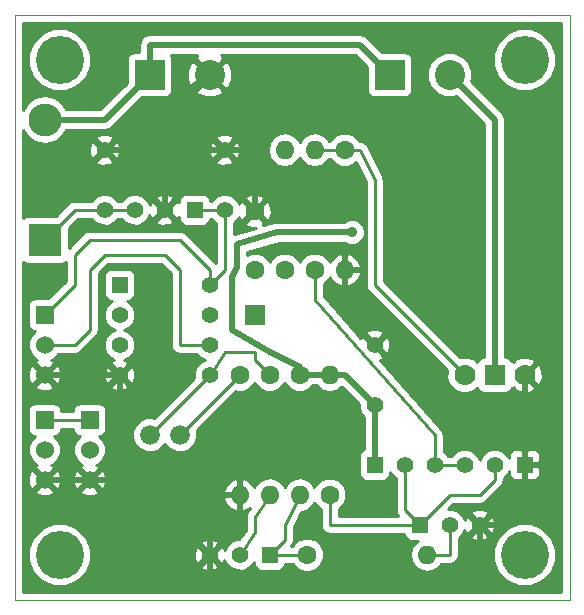
<source format=gbl>
G04 #@! TF.FileFunction,Copper,L2,Bot,Signal*
%FSLAX46Y46*%
G04 Gerber Fmt 4.6, Leading zero omitted, Abs format (unit mm)*
G04 Created by KiCad (PCBNEW 4.0.6) date 06/04/17 20:23:42*
%MOMM*%
%LPD*%
G01*
G04 APERTURE LIST*
%ADD10C,0.150000*%
%ADD11C,0.100000*%
%ADD12R,1.524000X1.524000*%
%ADD13C,1.524000*%
%ADD14C,1.676400*%
%ADD15C,1.397000*%
%ADD16R,2.540000X2.540000*%
%ADD17C,2.540000*%
%ADD18R,1.397000X1.397000*%
%ADD19C,1.778000*%
%ADD20R,1.778000X1.778000*%
%ADD21C,4.064000*%
%ADD22C,1.600000*%
%ADD23R,1.700000X1.700000*%
%ADD24O,1.600000X1.600000*%
%ADD25R,2.800000X2.800000*%
%ADD26O,2.800000X2.800000*%
%ADD27C,0.889000*%
%ADD28C,0.508000*%
%ADD29C,0.254000*%
G04 APERTURE END LIST*
D10*
D11*
X60960000Y-24130000D02*
X60960000Y-73660000D01*
X13970000Y-24130000D02*
X13970000Y-73660000D01*
X60960000Y-73660000D02*
X13970000Y-73660000D01*
X13970000Y-24130000D02*
X60960000Y-24130000D01*
D12*
X16510000Y-49530000D03*
D13*
X16510000Y-52070000D03*
X16510000Y-54610000D03*
D14*
X25400000Y-59690000D03*
X27940000Y-59690000D03*
D15*
X31750000Y-40640000D03*
X31750000Y-35560000D03*
X21590000Y-40640000D03*
X21590000Y-35560000D03*
D16*
X25400000Y-29210000D03*
D17*
X30480000Y-29210000D03*
D16*
X45720000Y-29210000D03*
D17*
X50800000Y-29210000D03*
D18*
X22860000Y-46990000D03*
D15*
X22860000Y-49530000D03*
X22860000Y-52070000D03*
X22860000Y-54610000D03*
X30480000Y-54610000D03*
X30480000Y-52070000D03*
X30480000Y-49530000D03*
X30480000Y-46990000D03*
D18*
X35560000Y-69850000D03*
D15*
X33020000Y-69850000D03*
X30480000Y-69850000D03*
D18*
X48260000Y-67310000D03*
D15*
X50800000Y-67310000D03*
X53340000Y-67310000D03*
D18*
X44450000Y-62230000D03*
D15*
X46990000Y-62230000D03*
X49530000Y-62230000D03*
D18*
X57150000Y-62230000D03*
D15*
X54610000Y-62230000D03*
X52070000Y-62230000D03*
D18*
X29210000Y-40640000D03*
D15*
X26670000Y-40640000D03*
X24130000Y-40640000D03*
D19*
X52070000Y-54610000D03*
X57150000Y-54610000D03*
D20*
X54610000Y-54610000D03*
D21*
X17780000Y-69850000D03*
X57150000Y-69850000D03*
X57150000Y-27940000D03*
X17780000Y-27940000D03*
D15*
X44450000Y-57150000D03*
X44450000Y-52070000D03*
D12*
X16510000Y-58420000D03*
D13*
X16510000Y-60960000D03*
X16510000Y-63500000D03*
D12*
X20320000Y-58420000D03*
D13*
X20320000Y-60960000D03*
X20320000Y-63500000D03*
D22*
X34290000Y-45720000D03*
X34290000Y-40720000D03*
D23*
X34290000Y-49530000D03*
D22*
X36830000Y-45720000D03*
D24*
X36830000Y-35560000D03*
D25*
X16510000Y-43180000D03*
D26*
X16510000Y-33020000D03*
D22*
X39370000Y-45720000D03*
D24*
X39370000Y-35560000D03*
D22*
X41910000Y-35560000D03*
D24*
X41910000Y-45720000D03*
D22*
X33020000Y-54610000D03*
D24*
X33020000Y-64770000D03*
D22*
X38735000Y-69850000D03*
D24*
X48895000Y-69850000D03*
D22*
X35560000Y-54610000D03*
D24*
X35560000Y-64770000D03*
D22*
X38100000Y-54610000D03*
D24*
X38100000Y-64770000D03*
D22*
X40640000Y-64770000D03*
D24*
X40640000Y-54610000D03*
D27*
X42545000Y-42545000D03*
D28*
X38100000Y-54610000D02*
X38100000Y-53975000D01*
X38100000Y-53975000D02*
X35560000Y-52705000D01*
X35560000Y-52705000D02*
X32385000Y-50800000D01*
X36195000Y-42545000D02*
X42545000Y-42545000D01*
X32766000Y-43561000D02*
X36195000Y-42545000D01*
X32766000Y-45466000D02*
X32766000Y-43561000D01*
X32385000Y-46355000D02*
X32766000Y-45466000D01*
X32385000Y-50800000D02*
X32385000Y-46355000D01*
X44450000Y-62230000D02*
X44450000Y-57150000D01*
X25400000Y-29210000D02*
X21590000Y-33020000D01*
X21590000Y-33020000D02*
X16510000Y-33020000D01*
X25400000Y-29210000D02*
X25400000Y-27940000D01*
X25400000Y-26670000D02*
X34290000Y-26670000D01*
X25400000Y-27940000D02*
X25400000Y-26670000D01*
X43180000Y-26670000D02*
X45720000Y-29210000D01*
X34290000Y-26670000D02*
X43180000Y-26670000D01*
X38100000Y-54610000D02*
X40640000Y-54610000D01*
X40640000Y-54610000D02*
X40640000Y-54610000D01*
X40640000Y-54610000D02*
X41910000Y-54610000D01*
X41910000Y-54610000D02*
X44450000Y-57150000D01*
D29*
X20320000Y-58420000D02*
X16510000Y-58420000D01*
X20320000Y-43180000D02*
X19050000Y-44450000D01*
X19050000Y-44450000D02*
X19050000Y-46990000D01*
X19050000Y-46990000D02*
X16510000Y-49530000D01*
X30480000Y-46990000D02*
X30480000Y-45720000D01*
X27940000Y-43180000D02*
X30480000Y-45720000D01*
X20320000Y-43180000D02*
X27940000Y-43180000D01*
X31750000Y-40640000D02*
X31750000Y-45720000D01*
X31750000Y-45720000D02*
X30480000Y-46990000D01*
X29210000Y-40640000D02*
X31750000Y-40640000D01*
X30480000Y-52070000D02*
X27940000Y-52070000D01*
X19050000Y-52070000D02*
X16510000Y-52070000D01*
X20320000Y-50800000D02*
X19050000Y-52070000D01*
X20320000Y-45720000D02*
X20320000Y-50800000D01*
X21590000Y-44450000D02*
X20320000Y-45720000D01*
X26670000Y-44450000D02*
X21590000Y-44450000D01*
X27940000Y-45720000D02*
X26670000Y-44450000D01*
X27940000Y-52070000D02*
X27940000Y-45720000D01*
D28*
X30480000Y-69850000D02*
X30480000Y-66040000D01*
X31750000Y-64770000D02*
X33020000Y-64770000D01*
X30480000Y-66040000D02*
X31750000Y-64770000D01*
X34290000Y-40720000D02*
X34290000Y-36195000D01*
X33655000Y-35560000D02*
X31750000Y-35560000D01*
X34290000Y-36195000D02*
X33655000Y-35560000D01*
X41910000Y-45720000D02*
X41910000Y-48260000D01*
X41910000Y-49530000D02*
X50800000Y-58420000D01*
X50800000Y-58420000D02*
X57150000Y-58420000D01*
X41910000Y-48260000D02*
X41910000Y-49530000D01*
X16510000Y-63500000D02*
X20320000Y-63500000D01*
X20320000Y-63500000D02*
X22860000Y-63500000D01*
X22860000Y-54610000D02*
X16510000Y-54610000D01*
X30480000Y-69850000D02*
X30480000Y-72390000D01*
X25400000Y-72390000D02*
X30480000Y-72390000D01*
X30480000Y-72390000D02*
X52070000Y-72390000D01*
X53340000Y-71120000D02*
X53340000Y-67310000D01*
X52070000Y-72390000D02*
X53340000Y-71120000D01*
X26670000Y-35560000D02*
X26670000Y-31750000D01*
X26670000Y-31750000D02*
X30480000Y-29210000D01*
X57150000Y-54610000D02*
X57150000Y-58420000D01*
X57150000Y-58420000D02*
X57150000Y-59690000D01*
X31750000Y-35560000D02*
X26670000Y-35560000D01*
X21590000Y-35560000D02*
X26670000Y-35560000D01*
X26670000Y-35560000D02*
X26670000Y-40640000D01*
X57150000Y-59690000D02*
X57150000Y-62230000D01*
X53340000Y-67310000D02*
X54610000Y-67310000D01*
X54610000Y-67310000D02*
X57150000Y-64770000D01*
X57150000Y-64770000D02*
X57150000Y-62230000D01*
X25400000Y-72390000D02*
X24130000Y-72390000D01*
X24130000Y-72390000D02*
X22860000Y-71120000D01*
X22860000Y-71120000D02*
X22860000Y-63500000D01*
X22860000Y-63500000D02*
X22860000Y-54610000D01*
D29*
X21590000Y-40640000D02*
X19050000Y-40640000D01*
X19050000Y-40640000D02*
X16510000Y-43180000D01*
X21590000Y-40640000D02*
X24130000Y-40640000D01*
X34290000Y-52705000D02*
X34290000Y-53340000D01*
X30480000Y-54610000D02*
X31750000Y-52705000D01*
X34290000Y-52705000D02*
X31750000Y-52705000D01*
X34290000Y-53340000D02*
X35560000Y-54610000D01*
X30480000Y-54610000D02*
X25400000Y-59690000D01*
X27940000Y-59690000D02*
X33020000Y-54610000D01*
D28*
X54610000Y-54610000D02*
X54610000Y-33020000D01*
X54610000Y-33020000D02*
X50800000Y-29210000D01*
D29*
X38100000Y-64770000D02*
X36830000Y-67310000D01*
X36830000Y-68580000D02*
X35560000Y-69850000D01*
X36830000Y-67310000D02*
X36830000Y-68580000D01*
X35560000Y-69850000D02*
X38100000Y-69850000D01*
X34290000Y-67945000D02*
X34290000Y-66675000D01*
X33020000Y-69850000D02*
X34290000Y-67945000D01*
X34290000Y-66675000D02*
X35560000Y-64770000D01*
X40640000Y-67310000D02*
X40640000Y-66040000D01*
X48260000Y-67310000D02*
X40640000Y-67310000D01*
X40640000Y-66040000D02*
X40640000Y-64770000D01*
X48260000Y-67310000D02*
X50800000Y-64770000D01*
X54610000Y-63500000D02*
X54610000Y-62230000D01*
X53340000Y-64770000D02*
X54610000Y-63500000D01*
X50800000Y-64770000D02*
X53340000Y-64770000D01*
X48260000Y-67310000D02*
X46990000Y-66040000D01*
X46990000Y-66040000D02*
X46990000Y-62230000D01*
X48895000Y-69850000D02*
X50800000Y-69850000D01*
X50800000Y-69850000D02*
X50800000Y-67310000D01*
X39370000Y-45720000D02*
X39370000Y-48260000D01*
X49530000Y-59690000D02*
X39370000Y-48260000D01*
X49530000Y-59690000D02*
X49530000Y-62230000D01*
X52070000Y-62230000D02*
X49530000Y-62230000D01*
X41910000Y-35560000D02*
X43180000Y-35560000D01*
X44450000Y-46990000D02*
X52070000Y-54610000D01*
X44450000Y-38100000D02*
X44450000Y-46990000D01*
X43180000Y-35560000D02*
X44450000Y-38100000D01*
X41910000Y-35560000D02*
X39370000Y-35560000D01*
G36*
X60275000Y-72975000D02*
X14655000Y-72975000D01*
X14655000Y-70378172D01*
X15112538Y-70378172D01*
X15517709Y-71358761D01*
X16267293Y-72109655D01*
X17247173Y-72516536D01*
X18308172Y-72517462D01*
X19288761Y-72112291D01*
X20039655Y-71362707D01*
X20279876Y-70784188D01*
X29725417Y-70784188D01*
X29787071Y-71019800D01*
X30287480Y-71195927D01*
X30817199Y-71167148D01*
X31172929Y-71019800D01*
X31234583Y-70784188D01*
X30480000Y-70029605D01*
X29725417Y-70784188D01*
X20279876Y-70784188D01*
X20446536Y-70382827D01*
X20447169Y-69657480D01*
X29134073Y-69657480D01*
X29162852Y-70187199D01*
X29310200Y-70542929D01*
X29545812Y-70604583D01*
X30300395Y-69850000D01*
X29545812Y-69095417D01*
X29310200Y-69157071D01*
X29134073Y-69657480D01*
X20447169Y-69657480D01*
X20447462Y-69321828D01*
X20279700Y-68915812D01*
X29725417Y-68915812D01*
X30480000Y-69670395D01*
X31234583Y-68915812D01*
X31172929Y-68680200D01*
X30672520Y-68504073D01*
X30142801Y-68532852D01*
X29787071Y-68680200D01*
X29725417Y-68915812D01*
X20279700Y-68915812D01*
X20042291Y-68341239D01*
X19292707Y-67590345D01*
X18312827Y-67183464D01*
X17251828Y-67182538D01*
X16271239Y-67587709D01*
X15520345Y-68337293D01*
X15113464Y-69317173D01*
X15112538Y-70378172D01*
X14655000Y-70378172D01*
X14655000Y-65119041D01*
X31628086Y-65119041D01*
X31867611Y-65625134D01*
X32282577Y-66001041D01*
X32670961Y-66161904D01*
X32893000Y-66039915D01*
X32893000Y-64897000D01*
X31749371Y-64897000D01*
X31628086Y-65119041D01*
X14655000Y-65119041D01*
X14655000Y-64480213D01*
X15709392Y-64480213D01*
X15778857Y-64722397D01*
X16302302Y-64909144D01*
X16857368Y-64881362D01*
X17241143Y-64722397D01*
X17310608Y-64480213D01*
X19519392Y-64480213D01*
X19588857Y-64722397D01*
X20112302Y-64909144D01*
X20667368Y-64881362D01*
X21051143Y-64722397D01*
X21120608Y-64480213D01*
X21061354Y-64420959D01*
X31628086Y-64420959D01*
X31749371Y-64643000D01*
X32893000Y-64643000D01*
X32893000Y-63500085D01*
X32670961Y-63378096D01*
X32282577Y-63538959D01*
X31867611Y-63914866D01*
X31628086Y-64420959D01*
X21061354Y-64420959D01*
X20320000Y-63679605D01*
X19519392Y-64480213D01*
X17310608Y-64480213D01*
X16510000Y-63679605D01*
X15709392Y-64480213D01*
X14655000Y-64480213D01*
X14655000Y-63292302D01*
X15100856Y-63292302D01*
X15128638Y-63847368D01*
X15287603Y-64231143D01*
X15529787Y-64300608D01*
X16330395Y-63500000D01*
X16689605Y-63500000D01*
X17490213Y-64300608D01*
X17732397Y-64231143D01*
X17919144Y-63707698D01*
X17898353Y-63292302D01*
X18910856Y-63292302D01*
X18938638Y-63847368D01*
X19097603Y-64231143D01*
X19339787Y-64300608D01*
X20140395Y-63500000D01*
X20499605Y-63500000D01*
X21300213Y-64300608D01*
X21542397Y-64231143D01*
X21729144Y-63707698D01*
X21701362Y-63152632D01*
X21542397Y-62768857D01*
X21300213Y-62699392D01*
X20499605Y-63500000D01*
X20140395Y-63500000D01*
X19339787Y-62699392D01*
X19097603Y-62768857D01*
X18910856Y-63292302D01*
X17898353Y-63292302D01*
X17891362Y-63152632D01*
X17732397Y-62768857D01*
X17490213Y-62699392D01*
X16689605Y-63500000D01*
X16330395Y-63500000D01*
X15529787Y-62699392D01*
X15287603Y-62768857D01*
X15100856Y-63292302D01*
X14655000Y-63292302D01*
X14655000Y-57658000D01*
X15100560Y-57658000D01*
X15100560Y-59182000D01*
X15144838Y-59417317D01*
X15283910Y-59633441D01*
X15496110Y-59778431D01*
X15679124Y-59815492D01*
X15326371Y-60167630D01*
X15113243Y-60680900D01*
X15112758Y-61236661D01*
X15324990Y-61750303D01*
X15717630Y-62143629D01*
X15909727Y-62223395D01*
X15778857Y-62277603D01*
X15709392Y-62519787D01*
X16510000Y-63320395D01*
X17310608Y-62519787D01*
X17241143Y-62277603D01*
X17100682Y-62227491D01*
X17300303Y-62145010D01*
X17693629Y-61752370D01*
X17906757Y-61239100D01*
X17907242Y-60683339D01*
X17695010Y-60169697D01*
X17342167Y-59816237D01*
X17507317Y-59785162D01*
X17723441Y-59646090D01*
X17868431Y-59433890D01*
X17919440Y-59182000D01*
X18910560Y-59182000D01*
X18954838Y-59417317D01*
X19093910Y-59633441D01*
X19306110Y-59778431D01*
X19489124Y-59815492D01*
X19136371Y-60167630D01*
X18923243Y-60680900D01*
X18922758Y-61236661D01*
X19134990Y-61750303D01*
X19527630Y-62143629D01*
X19719727Y-62223395D01*
X19588857Y-62277603D01*
X19519392Y-62519787D01*
X20320000Y-63320395D01*
X21120608Y-62519787D01*
X21051143Y-62277603D01*
X20910682Y-62227491D01*
X21110303Y-62145010D01*
X21503629Y-61752370D01*
X21716757Y-61239100D01*
X21717242Y-60683339D01*
X21505010Y-60169697D01*
X21152167Y-59816237D01*
X21317317Y-59785162D01*
X21533441Y-59646090D01*
X21678431Y-59433890D01*
X21729440Y-59182000D01*
X21729440Y-57658000D01*
X21685162Y-57422683D01*
X21546090Y-57206559D01*
X21333890Y-57061569D01*
X21082000Y-57010560D01*
X19558000Y-57010560D01*
X19322683Y-57054838D01*
X19106559Y-57193910D01*
X18961569Y-57406110D01*
X18910560Y-57658000D01*
X17919440Y-57658000D01*
X17875162Y-57422683D01*
X17736090Y-57206559D01*
X17523890Y-57061569D01*
X17272000Y-57010560D01*
X15748000Y-57010560D01*
X15512683Y-57054838D01*
X15296559Y-57193910D01*
X15151569Y-57406110D01*
X15100560Y-57658000D01*
X14655000Y-57658000D01*
X14655000Y-55590213D01*
X15709392Y-55590213D01*
X15778857Y-55832397D01*
X16302302Y-56019144D01*
X16857368Y-55991362D01*
X17241143Y-55832397D01*
X17310608Y-55590213D01*
X17264583Y-55544188D01*
X22105417Y-55544188D01*
X22167071Y-55779800D01*
X22667480Y-55955927D01*
X23197199Y-55927148D01*
X23552929Y-55779800D01*
X23614583Y-55544188D01*
X22860000Y-54789605D01*
X22105417Y-55544188D01*
X17264583Y-55544188D01*
X16510000Y-54789605D01*
X15709392Y-55590213D01*
X14655000Y-55590213D01*
X14655000Y-54402302D01*
X15100856Y-54402302D01*
X15128638Y-54957368D01*
X15287603Y-55341143D01*
X15529787Y-55410608D01*
X16330395Y-54610000D01*
X16689605Y-54610000D01*
X17490213Y-55410608D01*
X17732397Y-55341143D01*
X17919144Y-54817698D01*
X17899113Y-54417480D01*
X21514073Y-54417480D01*
X21542852Y-54947199D01*
X21690200Y-55302929D01*
X21925812Y-55364583D01*
X22680395Y-54610000D01*
X23039605Y-54610000D01*
X23794188Y-55364583D01*
X24029800Y-55302929D01*
X24205927Y-54802520D01*
X24177148Y-54272801D01*
X24029800Y-53917071D01*
X23794188Y-53855417D01*
X23039605Y-54610000D01*
X22680395Y-54610000D01*
X21925812Y-53855417D01*
X21690200Y-53917071D01*
X21514073Y-54417480D01*
X17899113Y-54417480D01*
X17891362Y-54262632D01*
X17732397Y-53878857D01*
X17490213Y-53809392D01*
X16689605Y-54610000D01*
X16330395Y-54610000D01*
X15529787Y-53809392D01*
X15287603Y-53878857D01*
X15100856Y-54402302D01*
X14655000Y-54402302D01*
X14655000Y-45037652D01*
X14858110Y-45176431D01*
X15110000Y-45227440D01*
X17910000Y-45227440D01*
X18145317Y-45183162D01*
X18288000Y-45091348D01*
X18288000Y-46674369D01*
X16841810Y-48120560D01*
X15748000Y-48120560D01*
X15512683Y-48164838D01*
X15296559Y-48303910D01*
X15151569Y-48516110D01*
X15100560Y-48768000D01*
X15100560Y-50292000D01*
X15144838Y-50527317D01*
X15283910Y-50743441D01*
X15496110Y-50888431D01*
X15679124Y-50925492D01*
X15326371Y-51277630D01*
X15113243Y-51790900D01*
X15112758Y-52346661D01*
X15324990Y-52860303D01*
X15717630Y-53253629D01*
X15909727Y-53333395D01*
X15778857Y-53387603D01*
X15709392Y-53629787D01*
X16510000Y-54430395D01*
X17310608Y-53629787D01*
X17241143Y-53387603D01*
X17100682Y-53337491D01*
X17300303Y-53255010D01*
X17693629Y-52862370D01*
X17706240Y-52832000D01*
X19050000Y-52832000D01*
X19341605Y-52773996D01*
X19588815Y-52608815D01*
X20858815Y-51338816D01*
X21023996Y-51091605D01*
X21036759Y-51027440D01*
X21082000Y-50800000D01*
X21082000Y-46291500D01*
X21514060Y-46291500D01*
X21514060Y-47688500D01*
X21558338Y-47923817D01*
X21697410Y-48139941D01*
X21909610Y-48284931D01*
X22161500Y-48335940D01*
X22257884Y-48335940D01*
X22105620Y-48398854D01*
X21730173Y-48773647D01*
X21526732Y-49263587D01*
X21526269Y-49794086D01*
X21728854Y-50284380D01*
X22103647Y-50659827D01*
X22441446Y-50800094D01*
X22105620Y-50938854D01*
X21730173Y-51313647D01*
X21526732Y-51803587D01*
X21526269Y-52334086D01*
X21728854Y-52824380D01*
X22103647Y-53199827D01*
X22425118Y-53333314D01*
X22167071Y-53440200D01*
X22105417Y-53675812D01*
X22860000Y-54430395D01*
X23614583Y-53675812D01*
X23552929Y-53440200D01*
X23273688Y-53341917D01*
X23614380Y-53201146D01*
X23989827Y-52826353D01*
X24193268Y-52336413D01*
X24193731Y-51805914D01*
X23991146Y-51315620D01*
X23616353Y-50940173D01*
X23278554Y-50799906D01*
X23614380Y-50661146D01*
X23989827Y-50286353D01*
X24193268Y-49796413D01*
X24193731Y-49265914D01*
X23991146Y-48775620D01*
X23616353Y-48400173D01*
X23461663Y-48335940D01*
X23558500Y-48335940D01*
X23793817Y-48291662D01*
X24009941Y-48152590D01*
X24154931Y-47940390D01*
X24205940Y-47688500D01*
X24205940Y-46291500D01*
X24161662Y-46056183D01*
X24022590Y-45840059D01*
X23810390Y-45695069D01*
X23558500Y-45644060D01*
X22161500Y-45644060D01*
X21926183Y-45688338D01*
X21710059Y-45827410D01*
X21565069Y-46039610D01*
X21514060Y-46291500D01*
X21082000Y-46291500D01*
X21082000Y-46035630D01*
X21905631Y-45212000D01*
X26354370Y-45212000D01*
X27178000Y-46035631D01*
X27178000Y-52070000D01*
X27236004Y-52361605D01*
X27401185Y-52608815D01*
X27648395Y-52773996D01*
X27940000Y-52832000D01*
X29356461Y-52832000D01*
X29723647Y-53199827D01*
X30061446Y-53340094D01*
X29725620Y-53478854D01*
X29350173Y-53853647D01*
X29146732Y-54343587D01*
X29146276Y-54866094D01*
X25765683Y-58246687D01*
X25694323Y-58217056D01*
X25108248Y-58216545D01*
X24566589Y-58440353D01*
X24151810Y-58854409D01*
X23927056Y-59395677D01*
X23926545Y-59981752D01*
X24150353Y-60523411D01*
X24564409Y-60938190D01*
X25105677Y-61162944D01*
X25691752Y-61163455D01*
X26233411Y-60939647D01*
X26648190Y-60525591D01*
X26669775Y-60473608D01*
X26690353Y-60523411D01*
X27104409Y-60938190D01*
X27645677Y-61162944D01*
X28231752Y-61163455D01*
X28773411Y-60939647D01*
X29188190Y-60525591D01*
X29412944Y-59984323D01*
X29413455Y-59398248D01*
X29383026Y-59324604D01*
X32683544Y-56024086D01*
X32733309Y-56044750D01*
X33304187Y-56045248D01*
X33831800Y-55827243D01*
X34235824Y-55423923D01*
X34289862Y-55293785D01*
X34342757Y-55421800D01*
X34746077Y-55825824D01*
X35273309Y-56044750D01*
X35844187Y-56045248D01*
X36371800Y-55827243D01*
X36775824Y-55423923D01*
X36829862Y-55293785D01*
X36882757Y-55421800D01*
X37286077Y-55825824D01*
X37813309Y-56044750D01*
X38384187Y-56045248D01*
X38911800Y-55827243D01*
X39240616Y-55499000D01*
X39522529Y-55499000D01*
X39625302Y-55652811D01*
X40090849Y-55963880D01*
X40640000Y-56073113D01*
X41189151Y-55963880D01*
X41654698Y-55652811D01*
X41671071Y-55628307D01*
X43116566Y-57073802D01*
X43116269Y-57414086D01*
X43318854Y-57904380D01*
X43561000Y-58146949D01*
X43561000Y-60919905D01*
X43516183Y-60928338D01*
X43300059Y-61067410D01*
X43155069Y-61279610D01*
X43104060Y-61531500D01*
X43104060Y-62928500D01*
X43148338Y-63163817D01*
X43287410Y-63379941D01*
X43499610Y-63524931D01*
X43751500Y-63575940D01*
X45148500Y-63575940D01*
X45383817Y-63531662D01*
X45599941Y-63392590D01*
X45744931Y-63180390D01*
X45795940Y-62928500D01*
X45795940Y-62832116D01*
X45858854Y-62984380D01*
X46228000Y-63354170D01*
X46228000Y-66040000D01*
X46286004Y-66331605D01*
X46430595Y-66548000D01*
X41402000Y-66548000D01*
X41402000Y-66007820D01*
X41451800Y-65987243D01*
X41855824Y-65583923D01*
X42074750Y-65056691D01*
X42075248Y-64485813D01*
X41857243Y-63958200D01*
X41453923Y-63554176D01*
X40926691Y-63335250D01*
X40355813Y-63334752D01*
X39828200Y-63552757D01*
X39424176Y-63956077D01*
X39364180Y-64100564D01*
X39114698Y-63727189D01*
X38649151Y-63416120D01*
X38100000Y-63306887D01*
X37550849Y-63416120D01*
X37085302Y-63727189D01*
X36830000Y-64109275D01*
X36574698Y-63727189D01*
X36109151Y-63416120D01*
X35560000Y-63306887D01*
X35010849Y-63416120D01*
X34545302Y-63727189D01*
X34275014Y-64131703D01*
X34172389Y-63914866D01*
X33757423Y-63538959D01*
X33369039Y-63378096D01*
X33147000Y-63500085D01*
X33147000Y-64643000D01*
X33167000Y-64643000D01*
X33167000Y-64897000D01*
X33147000Y-64897000D01*
X33147000Y-66039915D01*
X33369039Y-66161904D01*
X33757423Y-66001041D01*
X33924239Y-65849927D01*
X33655978Y-66252318D01*
X33627481Y-66321321D01*
X33586004Y-66383395D01*
X33571285Y-66457392D01*
X33542487Y-66527123D01*
X33542565Y-66601777D01*
X33528000Y-66675000D01*
X33528000Y-67714286D01*
X32993206Y-68516476D01*
X32755914Y-68516269D01*
X32265620Y-68718854D01*
X31890173Y-69093647D01*
X31756686Y-69415118D01*
X31649800Y-69157071D01*
X31414188Y-69095417D01*
X30659605Y-69850000D01*
X31414188Y-70604583D01*
X31649800Y-70542929D01*
X31748083Y-70263688D01*
X31888854Y-70604380D01*
X32263647Y-70979827D01*
X32753587Y-71183268D01*
X33284086Y-71183731D01*
X33774380Y-70981146D01*
X34149827Y-70606353D01*
X34214060Y-70451663D01*
X34214060Y-70548500D01*
X34258338Y-70783817D01*
X34397410Y-70999941D01*
X34609610Y-71144931D01*
X34861500Y-71195940D01*
X36258500Y-71195940D01*
X36493817Y-71151662D01*
X36709941Y-71012590D01*
X36854931Y-70800390D01*
X36893081Y-70612000D01*
X37497180Y-70612000D01*
X37517757Y-70661800D01*
X37921077Y-71065824D01*
X38448309Y-71284750D01*
X39019187Y-71285248D01*
X39546800Y-71067243D01*
X39950824Y-70663923D01*
X40169750Y-70136691D01*
X40170248Y-69565813D01*
X39952243Y-69038200D01*
X39548923Y-68634176D01*
X39021691Y-68415250D01*
X38450813Y-68414752D01*
X37923200Y-68632757D01*
X37519176Y-69036077D01*
X37497616Y-69088000D01*
X37389406Y-69088000D01*
X37533996Y-68871605D01*
X37541217Y-68835302D01*
X37592000Y-68580000D01*
X37592000Y-67489885D01*
X38233681Y-66206522D01*
X38649151Y-66123880D01*
X39114698Y-65812811D01*
X39364027Y-65439664D01*
X39422757Y-65581800D01*
X39826077Y-65985824D01*
X39878000Y-66007384D01*
X39878000Y-67310000D01*
X39936004Y-67601605D01*
X40101185Y-67848815D01*
X40348395Y-68013996D01*
X40640000Y-68072000D01*
X46926008Y-68072000D01*
X46958338Y-68243817D01*
X47097410Y-68459941D01*
X47309610Y-68604931D01*
X47561500Y-68655940D01*
X48120623Y-68655940D01*
X47852189Y-68835302D01*
X47541120Y-69300849D01*
X47431887Y-69850000D01*
X47541120Y-70399151D01*
X47852189Y-70864698D01*
X48317736Y-71175767D01*
X48866887Y-71285000D01*
X48923113Y-71285000D01*
X49472264Y-71175767D01*
X49937811Y-70864698D01*
X50106659Y-70612000D01*
X50800000Y-70612000D01*
X51091605Y-70553996D01*
X51338815Y-70388815D01*
X51345926Y-70378172D01*
X54482538Y-70378172D01*
X54887709Y-71358761D01*
X55637293Y-72109655D01*
X56617173Y-72516536D01*
X57678172Y-72517462D01*
X58658761Y-72112291D01*
X59409655Y-71362707D01*
X59816536Y-70382827D01*
X59817462Y-69321828D01*
X59412291Y-68341239D01*
X58662707Y-67590345D01*
X57682827Y-67183464D01*
X56621828Y-67182538D01*
X55641239Y-67587709D01*
X54890345Y-68337293D01*
X54483464Y-69317173D01*
X54482538Y-70378172D01*
X51345926Y-70378172D01*
X51503996Y-70141605D01*
X51562000Y-69850000D01*
X51562000Y-68433539D01*
X51751681Y-68244188D01*
X52585417Y-68244188D01*
X52647071Y-68479800D01*
X53147480Y-68655927D01*
X53677199Y-68627148D01*
X54032929Y-68479800D01*
X54094583Y-68244188D01*
X53340000Y-67489605D01*
X52585417Y-68244188D01*
X51751681Y-68244188D01*
X51929827Y-68066353D01*
X52063314Y-67744882D01*
X52170200Y-68002929D01*
X52405812Y-68064583D01*
X53160395Y-67310000D01*
X53519605Y-67310000D01*
X54274188Y-68064583D01*
X54509800Y-68002929D01*
X54685927Y-67502520D01*
X54657148Y-66972801D01*
X54509800Y-66617071D01*
X54274188Y-66555417D01*
X53519605Y-67310000D01*
X53160395Y-67310000D01*
X52405812Y-66555417D01*
X52170200Y-66617071D01*
X52071917Y-66896312D01*
X51931146Y-66555620D01*
X51751652Y-66375812D01*
X52585417Y-66375812D01*
X53340000Y-67130395D01*
X54094583Y-66375812D01*
X54032929Y-66140200D01*
X53532520Y-65964073D01*
X53002801Y-65992852D01*
X52647071Y-66140200D01*
X52585417Y-66375812D01*
X51751652Y-66375812D01*
X51556353Y-66180173D01*
X51066413Y-65976732D01*
X50671244Y-65976387D01*
X51115631Y-65532000D01*
X53340000Y-65532000D01*
X53631605Y-65473996D01*
X53878815Y-65308815D01*
X55148815Y-64038816D01*
X55313996Y-63791605D01*
X55336274Y-63679605D01*
X55372000Y-63500000D01*
X55372000Y-63353539D01*
X55739827Y-62986353D01*
X55816500Y-62801704D01*
X55816500Y-63054810D01*
X55913173Y-63288199D01*
X56091802Y-63466827D01*
X56325191Y-63563500D01*
X56864250Y-63563500D01*
X57023000Y-63404750D01*
X57023000Y-62357000D01*
X57277000Y-62357000D01*
X57277000Y-63404750D01*
X57435750Y-63563500D01*
X57974809Y-63563500D01*
X58208198Y-63466827D01*
X58386827Y-63288199D01*
X58483500Y-63054810D01*
X58483500Y-62515750D01*
X58324750Y-62357000D01*
X57277000Y-62357000D01*
X57023000Y-62357000D01*
X57003000Y-62357000D01*
X57003000Y-62103000D01*
X57023000Y-62103000D01*
X57023000Y-61055250D01*
X57277000Y-61055250D01*
X57277000Y-62103000D01*
X58324750Y-62103000D01*
X58483500Y-61944250D01*
X58483500Y-61405190D01*
X58386827Y-61171801D01*
X58208198Y-60993173D01*
X57974809Y-60896500D01*
X57435750Y-60896500D01*
X57277000Y-61055250D01*
X57023000Y-61055250D01*
X56864250Y-60896500D01*
X56325191Y-60896500D01*
X56091802Y-60993173D01*
X55913173Y-61171801D01*
X55816500Y-61405190D01*
X55816500Y-61657991D01*
X55741146Y-61475620D01*
X55366353Y-61100173D01*
X54876413Y-60896732D01*
X54345914Y-60896269D01*
X53855620Y-61098854D01*
X53480173Y-61473647D01*
X53339906Y-61811446D01*
X53201146Y-61475620D01*
X52826353Y-61100173D01*
X52336413Y-60896732D01*
X51805914Y-60896269D01*
X51315620Y-61098854D01*
X50945830Y-61468000D01*
X50653539Y-61468000D01*
X50292000Y-61105830D01*
X50292000Y-59690000D01*
X50267281Y-59565731D01*
X50249905Y-59440239D01*
X50238424Y-59420658D01*
X50233996Y-59398395D01*
X50163608Y-59293053D01*
X50099526Y-59183755D01*
X44903987Y-53338773D01*
X45142929Y-53239800D01*
X45204583Y-53004188D01*
X44450000Y-52249605D01*
X44435858Y-52263748D01*
X44256253Y-52084143D01*
X44270395Y-52070000D01*
X44629605Y-52070000D01*
X45384188Y-52824583D01*
X45619800Y-52762929D01*
X45795927Y-52262520D01*
X45767148Y-51732801D01*
X45619800Y-51377071D01*
X45384188Y-51315417D01*
X44629605Y-52070000D01*
X44270395Y-52070000D01*
X43515812Y-51315417D01*
X43280200Y-51377071D01*
X43246177Y-51473737D01*
X42945800Y-51135812D01*
X43695417Y-51135812D01*
X44450000Y-51890395D01*
X45204583Y-51135812D01*
X45142929Y-50900200D01*
X44642520Y-50724073D01*
X44112801Y-50752852D01*
X43757071Y-50900200D01*
X43695417Y-51135812D01*
X42945800Y-51135812D01*
X40132000Y-47970288D01*
X40132000Y-46957820D01*
X40181800Y-46937243D01*
X40585824Y-46533923D01*
X40656991Y-46362534D01*
X40757611Y-46575134D01*
X41172577Y-46951041D01*
X41560961Y-47111904D01*
X41783000Y-46989915D01*
X41783000Y-45847000D01*
X42037000Y-45847000D01*
X42037000Y-46989915D01*
X42259039Y-47111904D01*
X42647423Y-46951041D01*
X43062389Y-46575134D01*
X43301914Y-46069041D01*
X43180629Y-45847000D01*
X42037000Y-45847000D01*
X41783000Y-45847000D01*
X41763000Y-45847000D01*
X41763000Y-45593000D01*
X41783000Y-45593000D01*
X41783000Y-44450085D01*
X42037000Y-44450085D01*
X42037000Y-45593000D01*
X43180629Y-45593000D01*
X43301914Y-45370959D01*
X43062389Y-44864866D01*
X42647423Y-44488959D01*
X42259039Y-44328096D01*
X42037000Y-44450085D01*
X41783000Y-44450085D01*
X41560961Y-44328096D01*
X41172577Y-44488959D01*
X40757611Y-44864866D01*
X40657093Y-45077250D01*
X40587243Y-44908200D01*
X40183923Y-44504176D01*
X39656691Y-44285250D01*
X39085813Y-44284752D01*
X38558200Y-44502757D01*
X38154176Y-44906077D01*
X38100138Y-45036215D01*
X38047243Y-44908200D01*
X37643923Y-44504176D01*
X37116691Y-44285250D01*
X36545813Y-44284752D01*
X36018200Y-44502757D01*
X35614176Y-44906077D01*
X35560138Y-45036215D01*
X35507243Y-44908200D01*
X35103923Y-44504176D01*
X34576691Y-44285250D01*
X34005813Y-44284752D01*
X33655000Y-44429705D01*
X33655000Y-44224796D01*
X36323935Y-43434000D01*
X41907137Y-43434000D01*
X41932714Y-43459622D01*
X42329332Y-43624313D01*
X42758784Y-43624687D01*
X43155689Y-43460689D01*
X43459622Y-43157286D01*
X43624313Y-42760668D01*
X43624687Y-42331216D01*
X43460689Y-41934311D01*
X43157286Y-41630378D01*
X42760668Y-41465687D01*
X42331216Y-41465313D01*
X41934311Y-41629311D01*
X41907575Y-41656000D01*
X36195000Y-41656000D01*
X36069678Y-41680928D01*
X35942445Y-41692629D01*
X35048976Y-41957360D01*
X35118139Y-41727745D01*
X34290000Y-40899605D01*
X33461861Y-41727745D01*
X33535995Y-41973864D01*
X34073223Y-42166965D01*
X34393018Y-42151718D01*
X32513445Y-42708628D01*
X32512000Y-42709388D01*
X32512000Y-41763539D01*
X32879827Y-41396353D01*
X32941976Y-41246682D01*
X33036136Y-41474005D01*
X33282255Y-41548139D01*
X34110395Y-40720000D01*
X34469605Y-40720000D01*
X35297745Y-41548139D01*
X35543864Y-41474005D01*
X35736965Y-40936777D01*
X35709778Y-40366546D01*
X35543864Y-39965995D01*
X35297745Y-39891861D01*
X34469605Y-40720000D01*
X34110395Y-40720000D01*
X33282255Y-39891861D01*
X33036136Y-39965995D01*
X32979482Y-40123612D01*
X32881146Y-39885620D01*
X32708083Y-39712255D01*
X33461861Y-39712255D01*
X34290000Y-40540395D01*
X35118139Y-39712255D01*
X35044005Y-39466136D01*
X34506777Y-39273035D01*
X33936546Y-39300222D01*
X33535995Y-39466136D01*
X33461861Y-39712255D01*
X32708083Y-39712255D01*
X32506353Y-39510173D01*
X32016413Y-39306732D01*
X31485914Y-39306269D01*
X30995620Y-39508854D01*
X30625830Y-39878000D01*
X30543992Y-39878000D01*
X30511662Y-39706183D01*
X30372590Y-39490059D01*
X30160390Y-39345069D01*
X29908500Y-39294060D01*
X28511500Y-39294060D01*
X28276183Y-39338338D01*
X28060059Y-39477410D01*
X27915069Y-39689610D01*
X27864060Y-39941500D01*
X27864060Y-40005640D01*
X27839800Y-39947071D01*
X27604188Y-39885417D01*
X26849605Y-40640000D01*
X27604188Y-41394583D01*
X27839800Y-41332929D01*
X27864060Y-41264002D01*
X27864060Y-41338500D01*
X27908338Y-41573817D01*
X28047410Y-41789941D01*
X28259610Y-41934931D01*
X28511500Y-41985940D01*
X29908500Y-41985940D01*
X30143817Y-41941662D01*
X30359941Y-41802590D01*
X30504931Y-41590390D01*
X30543081Y-41402000D01*
X30626461Y-41402000D01*
X30988000Y-41764170D01*
X30988000Y-45150369D01*
X28478815Y-42641185D01*
X28334864Y-42545000D01*
X28231605Y-42476004D01*
X27940000Y-42418000D01*
X20320000Y-42418000D01*
X20028395Y-42476004D01*
X19781184Y-42641185D01*
X18557440Y-43864930D01*
X18557440Y-42210191D01*
X19365631Y-41402000D01*
X20466461Y-41402000D01*
X20833647Y-41769827D01*
X21323587Y-41973268D01*
X21854086Y-41973731D01*
X22344380Y-41771146D01*
X22714170Y-41402000D01*
X23006461Y-41402000D01*
X23373647Y-41769827D01*
X23863587Y-41973268D01*
X24394086Y-41973731D01*
X24884380Y-41771146D01*
X25081681Y-41574188D01*
X25915417Y-41574188D01*
X25977071Y-41809800D01*
X26477480Y-41985927D01*
X27007199Y-41957148D01*
X27362929Y-41809800D01*
X27424583Y-41574188D01*
X26670000Y-40819605D01*
X25915417Y-41574188D01*
X25081681Y-41574188D01*
X25259827Y-41396353D01*
X25393314Y-41074882D01*
X25500200Y-41332929D01*
X25735812Y-41394583D01*
X26490395Y-40640000D01*
X25735812Y-39885417D01*
X25500200Y-39947071D01*
X25401917Y-40226312D01*
X25261146Y-39885620D01*
X25081652Y-39705812D01*
X25915417Y-39705812D01*
X26670000Y-40460395D01*
X27424583Y-39705812D01*
X27362929Y-39470200D01*
X26862520Y-39294073D01*
X26332801Y-39322852D01*
X25977071Y-39470200D01*
X25915417Y-39705812D01*
X25081652Y-39705812D01*
X24886353Y-39510173D01*
X24396413Y-39306732D01*
X23865914Y-39306269D01*
X23375620Y-39508854D01*
X23005830Y-39878000D01*
X22713539Y-39878000D01*
X22346353Y-39510173D01*
X21856413Y-39306732D01*
X21325914Y-39306269D01*
X20835620Y-39508854D01*
X20465830Y-39878000D01*
X19050000Y-39878000D01*
X18758395Y-39936004D01*
X18511184Y-40101185D01*
X17479809Y-41132560D01*
X15110000Y-41132560D01*
X14874683Y-41176838D01*
X14658559Y-41315910D01*
X14655000Y-41321119D01*
X14655000Y-36494188D01*
X20835417Y-36494188D01*
X20897071Y-36729800D01*
X21397480Y-36905927D01*
X21927199Y-36877148D01*
X22282929Y-36729800D01*
X22344583Y-36494188D01*
X30995417Y-36494188D01*
X31057071Y-36729800D01*
X31557480Y-36905927D01*
X32087199Y-36877148D01*
X32442929Y-36729800D01*
X32504583Y-36494188D01*
X31750000Y-35739605D01*
X30995417Y-36494188D01*
X22344583Y-36494188D01*
X21590000Y-35739605D01*
X20835417Y-36494188D01*
X14655000Y-36494188D01*
X14655000Y-35367480D01*
X20244073Y-35367480D01*
X20272852Y-35897199D01*
X20420200Y-36252929D01*
X20655812Y-36314583D01*
X21410395Y-35560000D01*
X21769605Y-35560000D01*
X22524188Y-36314583D01*
X22759800Y-36252929D01*
X22935927Y-35752520D01*
X22915009Y-35367480D01*
X30404073Y-35367480D01*
X30432852Y-35897199D01*
X30580200Y-36252929D01*
X30815812Y-36314583D01*
X31570395Y-35560000D01*
X31929605Y-35560000D01*
X32684188Y-36314583D01*
X32919800Y-36252929D01*
X33095927Y-35752520D01*
X33083941Y-35531887D01*
X35395000Y-35531887D01*
X35395000Y-35588113D01*
X35504233Y-36137264D01*
X35815302Y-36602811D01*
X36280849Y-36913880D01*
X36830000Y-37023113D01*
X37379151Y-36913880D01*
X37844698Y-36602811D01*
X38100000Y-36220725D01*
X38355302Y-36602811D01*
X38820849Y-36913880D01*
X39370000Y-37023113D01*
X39919151Y-36913880D01*
X40384698Y-36602811D01*
X40572330Y-36322000D01*
X40672180Y-36322000D01*
X40692757Y-36371800D01*
X41096077Y-36775824D01*
X41623309Y-36994750D01*
X42194187Y-36995248D01*
X42721800Y-36777243D01*
X42865136Y-36634157D01*
X43688000Y-38279884D01*
X43688000Y-46990000D01*
X43746004Y-47281605D01*
X43891474Y-47499315D01*
X43911185Y-47528815D01*
X50587820Y-54205451D01*
X50546265Y-54305528D01*
X50545736Y-54911812D01*
X50777262Y-55472149D01*
X51205596Y-55901231D01*
X51765528Y-56133735D01*
X52371812Y-56134264D01*
X52932149Y-55902738D01*
X53115154Y-55720052D01*
X53117838Y-55734317D01*
X53256910Y-55950441D01*
X53469110Y-56095431D01*
X53721000Y-56146440D01*
X55499000Y-56146440D01*
X55734317Y-56102162D01*
X55950441Y-55963090D01*
X56095431Y-55750890D01*
X56095682Y-55749650D01*
X56142820Y-55796788D01*
X56257410Y-55682198D01*
X56342467Y-55937539D01*
X56911965Y-56145516D01*
X57517700Y-56119723D01*
X57957533Y-55937539D01*
X58042591Y-55682196D01*
X57150000Y-54789605D01*
X57135858Y-54803748D01*
X56956253Y-54624143D01*
X56970395Y-54610000D01*
X57329605Y-54610000D01*
X58222196Y-55502591D01*
X58477539Y-55417533D01*
X58685516Y-54848035D01*
X58659723Y-54242300D01*
X58477539Y-53802467D01*
X58222196Y-53717409D01*
X57329605Y-54610000D01*
X56970395Y-54610000D01*
X56956253Y-54595858D01*
X57135858Y-54416253D01*
X57150000Y-54430395D01*
X58042591Y-53537804D01*
X57957533Y-53282461D01*
X57388035Y-53074484D01*
X56782300Y-53100277D01*
X56342467Y-53282461D01*
X56257410Y-53537802D01*
X56142820Y-53423212D01*
X56093621Y-53472411D01*
X55963090Y-53269559D01*
X55750890Y-53124569D01*
X55499000Y-53073560D01*
X55499000Y-33020000D01*
X55491070Y-32980132D01*
X55431330Y-32679795D01*
X55238618Y-32391382D01*
X52626376Y-29779140D01*
X52704668Y-29590590D01*
X52705330Y-28832735D01*
X52554696Y-28468172D01*
X54482538Y-28468172D01*
X54887709Y-29448761D01*
X55637293Y-30199655D01*
X56617173Y-30606536D01*
X57678172Y-30607462D01*
X58658761Y-30202291D01*
X59409655Y-29452707D01*
X59816536Y-28472827D01*
X59817462Y-27411828D01*
X59412291Y-26431239D01*
X58662707Y-25680345D01*
X57682827Y-25273464D01*
X56621828Y-25272538D01*
X55641239Y-25677709D01*
X54890345Y-26427293D01*
X54483464Y-27407173D01*
X54482538Y-28468172D01*
X52554696Y-28468172D01*
X52415922Y-28132314D01*
X51880505Y-27595961D01*
X51180590Y-27305332D01*
X50422735Y-27304670D01*
X49722314Y-27594078D01*
X49185961Y-28129495D01*
X48895332Y-28829410D01*
X48894670Y-29587265D01*
X49184078Y-30287686D01*
X49719495Y-30824039D01*
X50419410Y-31114668D01*
X51177265Y-31115330D01*
X51368909Y-31036145D01*
X53721000Y-33388236D01*
X53721000Y-53073560D01*
X53485683Y-53117838D01*
X53269559Y-53256910D01*
X53124569Y-53469110D01*
X53117809Y-53502494D01*
X52934404Y-53318769D01*
X52374472Y-53086265D01*
X51768188Y-53085736D01*
X51665710Y-53128079D01*
X45212000Y-46674370D01*
X45212000Y-38100000D01*
X45206659Y-38073147D01*
X45210083Y-38045983D01*
X45177824Y-37928186D01*
X45153996Y-37808395D01*
X45138784Y-37785629D01*
X45131553Y-37759223D01*
X43861554Y-35219223D01*
X43786667Y-35122732D01*
X43718815Y-35021185D01*
X43696050Y-35005974D01*
X43679263Y-34984344D01*
X43573160Y-34923861D01*
X43471605Y-34856004D01*
X43444749Y-34850662D01*
X43420965Y-34837104D01*
X43299794Y-34821828D01*
X43180000Y-34798000D01*
X43147820Y-34798000D01*
X43127243Y-34748200D01*
X42723923Y-34344176D01*
X42196691Y-34125250D01*
X41625813Y-34124752D01*
X41098200Y-34342757D01*
X40694176Y-34746077D01*
X40672616Y-34798000D01*
X40572330Y-34798000D01*
X40384698Y-34517189D01*
X39919151Y-34206120D01*
X39370000Y-34096887D01*
X38820849Y-34206120D01*
X38355302Y-34517189D01*
X38100000Y-34899275D01*
X37844698Y-34517189D01*
X37379151Y-34206120D01*
X36830000Y-34096887D01*
X36280849Y-34206120D01*
X35815302Y-34517189D01*
X35504233Y-34982736D01*
X35395000Y-35531887D01*
X33083941Y-35531887D01*
X33067148Y-35222801D01*
X32919800Y-34867071D01*
X32684188Y-34805417D01*
X31929605Y-35560000D01*
X31570395Y-35560000D01*
X30815812Y-34805417D01*
X30580200Y-34867071D01*
X30404073Y-35367480D01*
X22915009Y-35367480D01*
X22907148Y-35222801D01*
X22759800Y-34867071D01*
X22524188Y-34805417D01*
X21769605Y-35560000D01*
X21410395Y-35560000D01*
X20655812Y-34805417D01*
X20420200Y-34867071D01*
X20244073Y-35367480D01*
X14655000Y-35367480D01*
X14655000Y-33876186D01*
X15071038Y-34498830D01*
X15731239Y-34939963D01*
X16510000Y-35094868D01*
X17288761Y-34939963D01*
X17758920Y-34625812D01*
X20835417Y-34625812D01*
X21590000Y-35380395D01*
X22344583Y-34625812D01*
X30995417Y-34625812D01*
X31750000Y-35380395D01*
X32504583Y-34625812D01*
X32442929Y-34390200D01*
X31942520Y-34214073D01*
X31412801Y-34242852D01*
X31057071Y-34390200D01*
X30995417Y-34625812D01*
X22344583Y-34625812D01*
X22282929Y-34390200D01*
X21782520Y-34214073D01*
X21252801Y-34242852D01*
X20897071Y-34390200D01*
X20835417Y-34625812D01*
X17758920Y-34625812D01*
X17948962Y-34498830D01*
X18343075Y-33909000D01*
X21590000Y-33909000D01*
X21930206Y-33841329D01*
X22218618Y-33648618D01*
X24739796Y-31127440D01*
X26670000Y-31127440D01*
X26905317Y-31083162D01*
X27121441Y-30944090D01*
X27266431Y-30731890D01*
X27301689Y-30557777D01*
X29311828Y-30557777D01*
X29443520Y-30852657D01*
X30151036Y-31124261D01*
X30908632Y-31104436D01*
X31516480Y-30852657D01*
X31648172Y-30557777D01*
X30480000Y-29389605D01*
X29311828Y-30557777D01*
X27301689Y-30557777D01*
X27317440Y-30480000D01*
X27317440Y-28881036D01*
X28565739Y-28881036D01*
X28585564Y-29638632D01*
X28837343Y-30246480D01*
X29132223Y-30378172D01*
X30300395Y-29210000D01*
X30659605Y-29210000D01*
X31827777Y-30378172D01*
X32122657Y-30246480D01*
X32394261Y-29538964D01*
X32374436Y-28781368D01*
X32122657Y-28173520D01*
X31827777Y-28041828D01*
X30659605Y-29210000D01*
X30300395Y-29210000D01*
X29132223Y-28041828D01*
X28837343Y-28173520D01*
X28565739Y-28881036D01*
X27317440Y-28881036D01*
X27317440Y-27940000D01*
X27273162Y-27704683D01*
X27179418Y-27559000D01*
X29463662Y-27559000D01*
X29443520Y-27567343D01*
X29311828Y-27862223D01*
X30480000Y-29030395D01*
X31648172Y-27862223D01*
X31516480Y-27567343D01*
X31494747Y-27559000D01*
X42811764Y-27559000D01*
X43802560Y-28549796D01*
X43802560Y-30480000D01*
X43846838Y-30715317D01*
X43985910Y-30931441D01*
X44198110Y-31076431D01*
X44450000Y-31127440D01*
X46990000Y-31127440D01*
X47225317Y-31083162D01*
X47441441Y-30944090D01*
X47586431Y-30731890D01*
X47637440Y-30480000D01*
X47637440Y-27940000D01*
X47593162Y-27704683D01*
X47454090Y-27488559D01*
X47241890Y-27343569D01*
X46990000Y-27292560D01*
X45059796Y-27292560D01*
X43808618Y-26041382D01*
X43520206Y-25848671D01*
X43180000Y-25781000D01*
X25400000Y-25781000D01*
X25059794Y-25848671D01*
X24771382Y-26041382D01*
X24578671Y-26329794D01*
X24511000Y-26670000D01*
X24511000Y-27292560D01*
X24130000Y-27292560D01*
X23894683Y-27336838D01*
X23678559Y-27475910D01*
X23533569Y-27688110D01*
X23482560Y-27940000D01*
X23482560Y-29870204D01*
X21221764Y-32131000D01*
X18343075Y-32131000D01*
X17948962Y-31541170D01*
X17288761Y-31100037D01*
X16510000Y-30945132D01*
X15731239Y-31100037D01*
X15071038Y-31541170D01*
X14655000Y-32163814D01*
X14655000Y-28468172D01*
X15112538Y-28468172D01*
X15517709Y-29448761D01*
X16267293Y-30199655D01*
X17247173Y-30606536D01*
X18308172Y-30607462D01*
X19288761Y-30202291D01*
X20039655Y-29452707D01*
X20446536Y-28472827D01*
X20447462Y-27411828D01*
X20042291Y-26431239D01*
X19292707Y-25680345D01*
X18312827Y-25273464D01*
X17251828Y-25272538D01*
X16271239Y-25677709D01*
X15520345Y-26427293D01*
X15113464Y-27407173D01*
X15112538Y-28468172D01*
X14655000Y-28468172D01*
X14655000Y-24815000D01*
X60275000Y-24815000D01*
X60275000Y-72975000D01*
X60275000Y-72975000D01*
G37*
X60275000Y-72975000D02*
X14655000Y-72975000D01*
X14655000Y-70378172D01*
X15112538Y-70378172D01*
X15517709Y-71358761D01*
X16267293Y-72109655D01*
X17247173Y-72516536D01*
X18308172Y-72517462D01*
X19288761Y-72112291D01*
X20039655Y-71362707D01*
X20279876Y-70784188D01*
X29725417Y-70784188D01*
X29787071Y-71019800D01*
X30287480Y-71195927D01*
X30817199Y-71167148D01*
X31172929Y-71019800D01*
X31234583Y-70784188D01*
X30480000Y-70029605D01*
X29725417Y-70784188D01*
X20279876Y-70784188D01*
X20446536Y-70382827D01*
X20447169Y-69657480D01*
X29134073Y-69657480D01*
X29162852Y-70187199D01*
X29310200Y-70542929D01*
X29545812Y-70604583D01*
X30300395Y-69850000D01*
X29545812Y-69095417D01*
X29310200Y-69157071D01*
X29134073Y-69657480D01*
X20447169Y-69657480D01*
X20447462Y-69321828D01*
X20279700Y-68915812D01*
X29725417Y-68915812D01*
X30480000Y-69670395D01*
X31234583Y-68915812D01*
X31172929Y-68680200D01*
X30672520Y-68504073D01*
X30142801Y-68532852D01*
X29787071Y-68680200D01*
X29725417Y-68915812D01*
X20279700Y-68915812D01*
X20042291Y-68341239D01*
X19292707Y-67590345D01*
X18312827Y-67183464D01*
X17251828Y-67182538D01*
X16271239Y-67587709D01*
X15520345Y-68337293D01*
X15113464Y-69317173D01*
X15112538Y-70378172D01*
X14655000Y-70378172D01*
X14655000Y-65119041D01*
X31628086Y-65119041D01*
X31867611Y-65625134D01*
X32282577Y-66001041D01*
X32670961Y-66161904D01*
X32893000Y-66039915D01*
X32893000Y-64897000D01*
X31749371Y-64897000D01*
X31628086Y-65119041D01*
X14655000Y-65119041D01*
X14655000Y-64480213D01*
X15709392Y-64480213D01*
X15778857Y-64722397D01*
X16302302Y-64909144D01*
X16857368Y-64881362D01*
X17241143Y-64722397D01*
X17310608Y-64480213D01*
X19519392Y-64480213D01*
X19588857Y-64722397D01*
X20112302Y-64909144D01*
X20667368Y-64881362D01*
X21051143Y-64722397D01*
X21120608Y-64480213D01*
X21061354Y-64420959D01*
X31628086Y-64420959D01*
X31749371Y-64643000D01*
X32893000Y-64643000D01*
X32893000Y-63500085D01*
X32670961Y-63378096D01*
X32282577Y-63538959D01*
X31867611Y-63914866D01*
X31628086Y-64420959D01*
X21061354Y-64420959D01*
X20320000Y-63679605D01*
X19519392Y-64480213D01*
X17310608Y-64480213D01*
X16510000Y-63679605D01*
X15709392Y-64480213D01*
X14655000Y-64480213D01*
X14655000Y-63292302D01*
X15100856Y-63292302D01*
X15128638Y-63847368D01*
X15287603Y-64231143D01*
X15529787Y-64300608D01*
X16330395Y-63500000D01*
X16689605Y-63500000D01*
X17490213Y-64300608D01*
X17732397Y-64231143D01*
X17919144Y-63707698D01*
X17898353Y-63292302D01*
X18910856Y-63292302D01*
X18938638Y-63847368D01*
X19097603Y-64231143D01*
X19339787Y-64300608D01*
X20140395Y-63500000D01*
X20499605Y-63500000D01*
X21300213Y-64300608D01*
X21542397Y-64231143D01*
X21729144Y-63707698D01*
X21701362Y-63152632D01*
X21542397Y-62768857D01*
X21300213Y-62699392D01*
X20499605Y-63500000D01*
X20140395Y-63500000D01*
X19339787Y-62699392D01*
X19097603Y-62768857D01*
X18910856Y-63292302D01*
X17898353Y-63292302D01*
X17891362Y-63152632D01*
X17732397Y-62768857D01*
X17490213Y-62699392D01*
X16689605Y-63500000D01*
X16330395Y-63500000D01*
X15529787Y-62699392D01*
X15287603Y-62768857D01*
X15100856Y-63292302D01*
X14655000Y-63292302D01*
X14655000Y-57658000D01*
X15100560Y-57658000D01*
X15100560Y-59182000D01*
X15144838Y-59417317D01*
X15283910Y-59633441D01*
X15496110Y-59778431D01*
X15679124Y-59815492D01*
X15326371Y-60167630D01*
X15113243Y-60680900D01*
X15112758Y-61236661D01*
X15324990Y-61750303D01*
X15717630Y-62143629D01*
X15909727Y-62223395D01*
X15778857Y-62277603D01*
X15709392Y-62519787D01*
X16510000Y-63320395D01*
X17310608Y-62519787D01*
X17241143Y-62277603D01*
X17100682Y-62227491D01*
X17300303Y-62145010D01*
X17693629Y-61752370D01*
X17906757Y-61239100D01*
X17907242Y-60683339D01*
X17695010Y-60169697D01*
X17342167Y-59816237D01*
X17507317Y-59785162D01*
X17723441Y-59646090D01*
X17868431Y-59433890D01*
X17919440Y-59182000D01*
X18910560Y-59182000D01*
X18954838Y-59417317D01*
X19093910Y-59633441D01*
X19306110Y-59778431D01*
X19489124Y-59815492D01*
X19136371Y-60167630D01*
X18923243Y-60680900D01*
X18922758Y-61236661D01*
X19134990Y-61750303D01*
X19527630Y-62143629D01*
X19719727Y-62223395D01*
X19588857Y-62277603D01*
X19519392Y-62519787D01*
X20320000Y-63320395D01*
X21120608Y-62519787D01*
X21051143Y-62277603D01*
X20910682Y-62227491D01*
X21110303Y-62145010D01*
X21503629Y-61752370D01*
X21716757Y-61239100D01*
X21717242Y-60683339D01*
X21505010Y-60169697D01*
X21152167Y-59816237D01*
X21317317Y-59785162D01*
X21533441Y-59646090D01*
X21678431Y-59433890D01*
X21729440Y-59182000D01*
X21729440Y-57658000D01*
X21685162Y-57422683D01*
X21546090Y-57206559D01*
X21333890Y-57061569D01*
X21082000Y-57010560D01*
X19558000Y-57010560D01*
X19322683Y-57054838D01*
X19106559Y-57193910D01*
X18961569Y-57406110D01*
X18910560Y-57658000D01*
X17919440Y-57658000D01*
X17875162Y-57422683D01*
X17736090Y-57206559D01*
X17523890Y-57061569D01*
X17272000Y-57010560D01*
X15748000Y-57010560D01*
X15512683Y-57054838D01*
X15296559Y-57193910D01*
X15151569Y-57406110D01*
X15100560Y-57658000D01*
X14655000Y-57658000D01*
X14655000Y-55590213D01*
X15709392Y-55590213D01*
X15778857Y-55832397D01*
X16302302Y-56019144D01*
X16857368Y-55991362D01*
X17241143Y-55832397D01*
X17310608Y-55590213D01*
X17264583Y-55544188D01*
X22105417Y-55544188D01*
X22167071Y-55779800D01*
X22667480Y-55955927D01*
X23197199Y-55927148D01*
X23552929Y-55779800D01*
X23614583Y-55544188D01*
X22860000Y-54789605D01*
X22105417Y-55544188D01*
X17264583Y-55544188D01*
X16510000Y-54789605D01*
X15709392Y-55590213D01*
X14655000Y-55590213D01*
X14655000Y-54402302D01*
X15100856Y-54402302D01*
X15128638Y-54957368D01*
X15287603Y-55341143D01*
X15529787Y-55410608D01*
X16330395Y-54610000D01*
X16689605Y-54610000D01*
X17490213Y-55410608D01*
X17732397Y-55341143D01*
X17919144Y-54817698D01*
X17899113Y-54417480D01*
X21514073Y-54417480D01*
X21542852Y-54947199D01*
X21690200Y-55302929D01*
X21925812Y-55364583D01*
X22680395Y-54610000D01*
X23039605Y-54610000D01*
X23794188Y-55364583D01*
X24029800Y-55302929D01*
X24205927Y-54802520D01*
X24177148Y-54272801D01*
X24029800Y-53917071D01*
X23794188Y-53855417D01*
X23039605Y-54610000D01*
X22680395Y-54610000D01*
X21925812Y-53855417D01*
X21690200Y-53917071D01*
X21514073Y-54417480D01*
X17899113Y-54417480D01*
X17891362Y-54262632D01*
X17732397Y-53878857D01*
X17490213Y-53809392D01*
X16689605Y-54610000D01*
X16330395Y-54610000D01*
X15529787Y-53809392D01*
X15287603Y-53878857D01*
X15100856Y-54402302D01*
X14655000Y-54402302D01*
X14655000Y-45037652D01*
X14858110Y-45176431D01*
X15110000Y-45227440D01*
X17910000Y-45227440D01*
X18145317Y-45183162D01*
X18288000Y-45091348D01*
X18288000Y-46674369D01*
X16841810Y-48120560D01*
X15748000Y-48120560D01*
X15512683Y-48164838D01*
X15296559Y-48303910D01*
X15151569Y-48516110D01*
X15100560Y-48768000D01*
X15100560Y-50292000D01*
X15144838Y-50527317D01*
X15283910Y-50743441D01*
X15496110Y-50888431D01*
X15679124Y-50925492D01*
X15326371Y-51277630D01*
X15113243Y-51790900D01*
X15112758Y-52346661D01*
X15324990Y-52860303D01*
X15717630Y-53253629D01*
X15909727Y-53333395D01*
X15778857Y-53387603D01*
X15709392Y-53629787D01*
X16510000Y-54430395D01*
X17310608Y-53629787D01*
X17241143Y-53387603D01*
X17100682Y-53337491D01*
X17300303Y-53255010D01*
X17693629Y-52862370D01*
X17706240Y-52832000D01*
X19050000Y-52832000D01*
X19341605Y-52773996D01*
X19588815Y-52608815D01*
X20858815Y-51338816D01*
X21023996Y-51091605D01*
X21036759Y-51027440D01*
X21082000Y-50800000D01*
X21082000Y-46291500D01*
X21514060Y-46291500D01*
X21514060Y-47688500D01*
X21558338Y-47923817D01*
X21697410Y-48139941D01*
X21909610Y-48284931D01*
X22161500Y-48335940D01*
X22257884Y-48335940D01*
X22105620Y-48398854D01*
X21730173Y-48773647D01*
X21526732Y-49263587D01*
X21526269Y-49794086D01*
X21728854Y-50284380D01*
X22103647Y-50659827D01*
X22441446Y-50800094D01*
X22105620Y-50938854D01*
X21730173Y-51313647D01*
X21526732Y-51803587D01*
X21526269Y-52334086D01*
X21728854Y-52824380D01*
X22103647Y-53199827D01*
X22425118Y-53333314D01*
X22167071Y-53440200D01*
X22105417Y-53675812D01*
X22860000Y-54430395D01*
X23614583Y-53675812D01*
X23552929Y-53440200D01*
X23273688Y-53341917D01*
X23614380Y-53201146D01*
X23989827Y-52826353D01*
X24193268Y-52336413D01*
X24193731Y-51805914D01*
X23991146Y-51315620D01*
X23616353Y-50940173D01*
X23278554Y-50799906D01*
X23614380Y-50661146D01*
X23989827Y-50286353D01*
X24193268Y-49796413D01*
X24193731Y-49265914D01*
X23991146Y-48775620D01*
X23616353Y-48400173D01*
X23461663Y-48335940D01*
X23558500Y-48335940D01*
X23793817Y-48291662D01*
X24009941Y-48152590D01*
X24154931Y-47940390D01*
X24205940Y-47688500D01*
X24205940Y-46291500D01*
X24161662Y-46056183D01*
X24022590Y-45840059D01*
X23810390Y-45695069D01*
X23558500Y-45644060D01*
X22161500Y-45644060D01*
X21926183Y-45688338D01*
X21710059Y-45827410D01*
X21565069Y-46039610D01*
X21514060Y-46291500D01*
X21082000Y-46291500D01*
X21082000Y-46035630D01*
X21905631Y-45212000D01*
X26354370Y-45212000D01*
X27178000Y-46035631D01*
X27178000Y-52070000D01*
X27236004Y-52361605D01*
X27401185Y-52608815D01*
X27648395Y-52773996D01*
X27940000Y-52832000D01*
X29356461Y-52832000D01*
X29723647Y-53199827D01*
X30061446Y-53340094D01*
X29725620Y-53478854D01*
X29350173Y-53853647D01*
X29146732Y-54343587D01*
X29146276Y-54866094D01*
X25765683Y-58246687D01*
X25694323Y-58217056D01*
X25108248Y-58216545D01*
X24566589Y-58440353D01*
X24151810Y-58854409D01*
X23927056Y-59395677D01*
X23926545Y-59981752D01*
X24150353Y-60523411D01*
X24564409Y-60938190D01*
X25105677Y-61162944D01*
X25691752Y-61163455D01*
X26233411Y-60939647D01*
X26648190Y-60525591D01*
X26669775Y-60473608D01*
X26690353Y-60523411D01*
X27104409Y-60938190D01*
X27645677Y-61162944D01*
X28231752Y-61163455D01*
X28773411Y-60939647D01*
X29188190Y-60525591D01*
X29412944Y-59984323D01*
X29413455Y-59398248D01*
X29383026Y-59324604D01*
X32683544Y-56024086D01*
X32733309Y-56044750D01*
X33304187Y-56045248D01*
X33831800Y-55827243D01*
X34235824Y-55423923D01*
X34289862Y-55293785D01*
X34342757Y-55421800D01*
X34746077Y-55825824D01*
X35273309Y-56044750D01*
X35844187Y-56045248D01*
X36371800Y-55827243D01*
X36775824Y-55423923D01*
X36829862Y-55293785D01*
X36882757Y-55421800D01*
X37286077Y-55825824D01*
X37813309Y-56044750D01*
X38384187Y-56045248D01*
X38911800Y-55827243D01*
X39240616Y-55499000D01*
X39522529Y-55499000D01*
X39625302Y-55652811D01*
X40090849Y-55963880D01*
X40640000Y-56073113D01*
X41189151Y-55963880D01*
X41654698Y-55652811D01*
X41671071Y-55628307D01*
X43116566Y-57073802D01*
X43116269Y-57414086D01*
X43318854Y-57904380D01*
X43561000Y-58146949D01*
X43561000Y-60919905D01*
X43516183Y-60928338D01*
X43300059Y-61067410D01*
X43155069Y-61279610D01*
X43104060Y-61531500D01*
X43104060Y-62928500D01*
X43148338Y-63163817D01*
X43287410Y-63379941D01*
X43499610Y-63524931D01*
X43751500Y-63575940D01*
X45148500Y-63575940D01*
X45383817Y-63531662D01*
X45599941Y-63392590D01*
X45744931Y-63180390D01*
X45795940Y-62928500D01*
X45795940Y-62832116D01*
X45858854Y-62984380D01*
X46228000Y-63354170D01*
X46228000Y-66040000D01*
X46286004Y-66331605D01*
X46430595Y-66548000D01*
X41402000Y-66548000D01*
X41402000Y-66007820D01*
X41451800Y-65987243D01*
X41855824Y-65583923D01*
X42074750Y-65056691D01*
X42075248Y-64485813D01*
X41857243Y-63958200D01*
X41453923Y-63554176D01*
X40926691Y-63335250D01*
X40355813Y-63334752D01*
X39828200Y-63552757D01*
X39424176Y-63956077D01*
X39364180Y-64100564D01*
X39114698Y-63727189D01*
X38649151Y-63416120D01*
X38100000Y-63306887D01*
X37550849Y-63416120D01*
X37085302Y-63727189D01*
X36830000Y-64109275D01*
X36574698Y-63727189D01*
X36109151Y-63416120D01*
X35560000Y-63306887D01*
X35010849Y-63416120D01*
X34545302Y-63727189D01*
X34275014Y-64131703D01*
X34172389Y-63914866D01*
X33757423Y-63538959D01*
X33369039Y-63378096D01*
X33147000Y-63500085D01*
X33147000Y-64643000D01*
X33167000Y-64643000D01*
X33167000Y-64897000D01*
X33147000Y-64897000D01*
X33147000Y-66039915D01*
X33369039Y-66161904D01*
X33757423Y-66001041D01*
X33924239Y-65849927D01*
X33655978Y-66252318D01*
X33627481Y-66321321D01*
X33586004Y-66383395D01*
X33571285Y-66457392D01*
X33542487Y-66527123D01*
X33542565Y-66601777D01*
X33528000Y-66675000D01*
X33528000Y-67714286D01*
X32993206Y-68516476D01*
X32755914Y-68516269D01*
X32265620Y-68718854D01*
X31890173Y-69093647D01*
X31756686Y-69415118D01*
X31649800Y-69157071D01*
X31414188Y-69095417D01*
X30659605Y-69850000D01*
X31414188Y-70604583D01*
X31649800Y-70542929D01*
X31748083Y-70263688D01*
X31888854Y-70604380D01*
X32263647Y-70979827D01*
X32753587Y-71183268D01*
X33284086Y-71183731D01*
X33774380Y-70981146D01*
X34149827Y-70606353D01*
X34214060Y-70451663D01*
X34214060Y-70548500D01*
X34258338Y-70783817D01*
X34397410Y-70999941D01*
X34609610Y-71144931D01*
X34861500Y-71195940D01*
X36258500Y-71195940D01*
X36493817Y-71151662D01*
X36709941Y-71012590D01*
X36854931Y-70800390D01*
X36893081Y-70612000D01*
X37497180Y-70612000D01*
X37517757Y-70661800D01*
X37921077Y-71065824D01*
X38448309Y-71284750D01*
X39019187Y-71285248D01*
X39546800Y-71067243D01*
X39950824Y-70663923D01*
X40169750Y-70136691D01*
X40170248Y-69565813D01*
X39952243Y-69038200D01*
X39548923Y-68634176D01*
X39021691Y-68415250D01*
X38450813Y-68414752D01*
X37923200Y-68632757D01*
X37519176Y-69036077D01*
X37497616Y-69088000D01*
X37389406Y-69088000D01*
X37533996Y-68871605D01*
X37541217Y-68835302D01*
X37592000Y-68580000D01*
X37592000Y-67489885D01*
X38233681Y-66206522D01*
X38649151Y-66123880D01*
X39114698Y-65812811D01*
X39364027Y-65439664D01*
X39422757Y-65581800D01*
X39826077Y-65985824D01*
X39878000Y-66007384D01*
X39878000Y-67310000D01*
X39936004Y-67601605D01*
X40101185Y-67848815D01*
X40348395Y-68013996D01*
X40640000Y-68072000D01*
X46926008Y-68072000D01*
X46958338Y-68243817D01*
X47097410Y-68459941D01*
X47309610Y-68604931D01*
X47561500Y-68655940D01*
X48120623Y-68655940D01*
X47852189Y-68835302D01*
X47541120Y-69300849D01*
X47431887Y-69850000D01*
X47541120Y-70399151D01*
X47852189Y-70864698D01*
X48317736Y-71175767D01*
X48866887Y-71285000D01*
X48923113Y-71285000D01*
X49472264Y-71175767D01*
X49937811Y-70864698D01*
X50106659Y-70612000D01*
X50800000Y-70612000D01*
X51091605Y-70553996D01*
X51338815Y-70388815D01*
X51345926Y-70378172D01*
X54482538Y-70378172D01*
X54887709Y-71358761D01*
X55637293Y-72109655D01*
X56617173Y-72516536D01*
X57678172Y-72517462D01*
X58658761Y-72112291D01*
X59409655Y-71362707D01*
X59816536Y-70382827D01*
X59817462Y-69321828D01*
X59412291Y-68341239D01*
X58662707Y-67590345D01*
X57682827Y-67183464D01*
X56621828Y-67182538D01*
X55641239Y-67587709D01*
X54890345Y-68337293D01*
X54483464Y-69317173D01*
X54482538Y-70378172D01*
X51345926Y-70378172D01*
X51503996Y-70141605D01*
X51562000Y-69850000D01*
X51562000Y-68433539D01*
X51751681Y-68244188D01*
X52585417Y-68244188D01*
X52647071Y-68479800D01*
X53147480Y-68655927D01*
X53677199Y-68627148D01*
X54032929Y-68479800D01*
X54094583Y-68244188D01*
X53340000Y-67489605D01*
X52585417Y-68244188D01*
X51751681Y-68244188D01*
X51929827Y-68066353D01*
X52063314Y-67744882D01*
X52170200Y-68002929D01*
X52405812Y-68064583D01*
X53160395Y-67310000D01*
X53519605Y-67310000D01*
X54274188Y-68064583D01*
X54509800Y-68002929D01*
X54685927Y-67502520D01*
X54657148Y-66972801D01*
X54509800Y-66617071D01*
X54274188Y-66555417D01*
X53519605Y-67310000D01*
X53160395Y-67310000D01*
X52405812Y-66555417D01*
X52170200Y-66617071D01*
X52071917Y-66896312D01*
X51931146Y-66555620D01*
X51751652Y-66375812D01*
X52585417Y-66375812D01*
X53340000Y-67130395D01*
X54094583Y-66375812D01*
X54032929Y-66140200D01*
X53532520Y-65964073D01*
X53002801Y-65992852D01*
X52647071Y-66140200D01*
X52585417Y-66375812D01*
X51751652Y-66375812D01*
X51556353Y-66180173D01*
X51066413Y-65976732D01*
X50671244Y-65976387D01*
X51115631Y-65532000D01*
X53340000Y-65532000D01*
X53631605Y-65473996D01*
X53878815Y-65308815D01*
X55148815Y-64038816D01*
X55313996Y-63791605D01*
X55336274Y-63679605D01*
X55372000Y-63500000D01*
X55372000Y-63353539D01*
X55739827Y-62986353D01*
X55816500Y-62801704D01*
X55816500Y-63054810D01*
X55913173Y-63288199D01*
X56091802Y-63466827D01*
X56325191Y-63563500D01*
X56864250Y-63563500D01*
X57023000Y-63404750D01*
X57023000Y-62357000D01*
X57277000Y-62357000D01*
X57277000Y-63404750D01*
X57435750Y-63563500D01*
X57974809Y-63563500D01*
X58208198Y-63466827D01*
X58386827Y-63288199D01*
X58483500Y-63054810D01*
X58483500Y-62515750D01*
X58324750Y-62357000D01*
X57277000Y-62357000D01*
X57023000Y-62357000D01*
X57003000Y-62357000D01*
X57003000Y-62103000D01*
X57023000Y-62103000D01*
X57023000Y-61055250D01*
X57277000Y-61055250D01*
X57277000Y-62103000D01*
X58324750Y-62103000D01*
X58483500Y-61944250D01*
X58483500Y-61405190D01*
X58386827Y-61171801D01*
X58208198Y-60993173D01*
X57974809Y-60896500D01*
X57435750Y-60896500D01*
X57277000Y-61055250D01*
X57023000Y-61055250D01*
X56864250Y-60896500D01*
X56325191Y-60896500D01*
X56091802Y-60993173D01*
X55913173Y-61171801D01*
X55816500Y-61405190D01*
X55816500Y-61657991D01*
X55741146Y-61475620D01*
X55366353Y-61100173D01*
X54876413Y-60896732D01*
X54345914Y-60896269D01*
X53855620Y-61098854D01*
X53480173Y-61473647D01*
X53339906Y-61811446D01*
X53201146Y-61475620D01*
X52826353Y-61100173D01*
X52336413Y-60896732D01*
X51805914Y-60896269D01*
X51315620Y-61098854D01*
X50945830Y-61468000D01*
X50653539Y-61468000D01*
X50292000Y-61105830D01*
X50292000Y-59690000D01*
X50267281Y-59565731D01*
X50249905Y-59440239D01*
X50238424Y-59420658D01*
X50233996Y-59398395D01*
X50163608Y-59293053D01*
X50099526Y-59183755D01*
X44903987Y-53338773D01*
X45142929Y-53239800D01*
X45204583Y-53004188D01*
X44450000Y-52249605D01*
X44435858Y-52263748D01*
X44256253Y-52084143D01*
X44270395Y-52070000D01*
X44629605Y-52070000D01*
X45384188Y-52824583D01*
X45619800Y-52762929D01*
X45795927Y-52262520D01*
X45767148Y-51732801D01*
X45619800Y-51377071D01*
X45384188Y-51315417D01*
X44629605Y-52070000D01*
X44270395Y-52070000D01*
X43515812Y-51315417D01*
X43280200Y-51377071D01*
X43246177Y-51473737D01*
X42945800Y-51135812D01*
X43695417Y-51135812D01*
X44450000Y-51890395D01*
X45204583Y-51135812D01*
X45142929Y-50900200D01*
X44642520Y-50724073D01*
X44112801Y-50752852D01*
X43757071Y-50900200D01*
X43695417Y-51135812D01*
X42945800Y-51135812D01*
X40132000Y-47970288D01*
X40132000Y-46957820D01*
X40181800Y-46937243D01*
X40585824Y-46533923D01*
X40656991Y-46362534D01*
X40757611Y-46575134D01*
X41172577Y-46951041D01*
X41560961Y-47111904D01*
X41783000Y-46989915D01*
X41783000Y-45847000D01*
X42037000Y-45847000D01*
X42037000Y-46989915D01*
X42259039Y-47111904D01*
X42647423Y-46951041D01*
X43062389Y-46575134D01*
X43301914Y-46069041D01*
X43180629Y-45847000D01*
X42037000Y-45847000D01*
X41783000Y-45847000D01*
X41763000Y-45847000D01*
X41763000Y-45593000D01*
X41783000Y-45593000D01*
X41783000Y-44450085D01*
X42037000Y-44450085D01*
X42037000Y-45593000D01*
X43180629Y-45593000D01*
X43301914Y-45370959D01*
X43062389Y-44864866D01*
X42647423Y-44488959D01*
X42259039Y-44328096D01*
X42037000Y-44450085D01*
X41783000Y-44450085D01*
X41560961Y-44328096D01*
X41172577Y-44488959D01*
X40757611Y-44864866D01*
X40657093Y-45077250D01*
X40587243Y-44908200D01*
X40183923Y-44504176D01*
X39656691Y-44285250D01*
X39085813Y-44284752D01*
X38558200Y-44502757D01*
X38154176Y-44906077D01*
X38100138Y-45036215D01*
X38047243Y-44908200D01*
X37643923Y-44504176D01*
X37116691Y-44285250D01*
X36545813Y-44284752D01*
X36018200Y-44502757D01*
X35614176Y-44906077D01*
X35560138Y-45036215D01*
X35507243Y-44908200D01*
X35103923Y-44504176D01*
X34576691Y-44285250D01*
X34005813Y-44284752D01*
X33655000Y-44429705D01*
X33655000Y-44224796D01*
X36323935Y-43434000D01*
X41907137Y-43434000D01*
X41932714Y-43459622D01*
X42329332Y-43624313D01*
X42758784Y-43624687D01*
X43155689Y-43460689D01*
X43459622Y-43157286D01*
X43624313Y-42760668D01*
X43624687Y-42331216D01*
X43460689Y-41934311D01*
X43157286Y-41630378D01*
X42760668Y-41465687D01*
X42331216Y-41465313D01*
X41934311Y-41629311D01*
X41907575Y-41656000D01*
X36195000Y-41656000D01*
X36069678Y-41680928D01*
X35942445Y-41692629D01*
X35048976Y-41957360D01*
X35118139Y-41727745D01*
X34290000Y-40899605D01*
X33461861Y-41727745D01*
X33535995Y-41973864D01*
X34073223Y-42166965D01*
X34393018Y-42151718D01*
X32513445Y-42708628D01*
X32512000Y-42709388D01*
X32512000Y-41763539D01*
X32879827Y-41396353D01*
X32941976Y-41246682D01*
X33036136Y-41474005D01*
X33282255Y-41548139D01*
X34110395Y-40720000D01*
X34469605Y-40720000D01*
X35297745Y-41548139D01*
X35543864Y-41474005D01*
X35736965Y-40936777D01*
X35709778Y-40366546D01*
X35543864Y-39965995D01*
X35297745Y-39891861D01*
X34469605Y-40720000D01*
X34110395Y-40720000D01*
X33282255Y-39891861D01*
X33036136Y-39965995D01*
X32979482Y-40123612D01*
X32881146Y-39885620D01*
X32708083Y-39712255D01*
X33461861Y-39712255D01*
X34290000Y-40540395D01*
X35118139Y-39712255D01*
X35044005Y-39466136D01*
X34506777Y-39273035D01*
X33936546Y-39300222D01*
X33535995Y-39466136D01*
X33461861Y-39712255D01*
X32708083Y-39712255D01*
X32506353Y-39510173D01*
X32016413Y-39306732D01*
X31485914Y-39306269D01*
X30995620Y-39508854D01*
X30625830Y-39878000D01*
X30543992Y-39878000D01*
X30511662Y-39706183D01*
X30372590Y-39490059D01*
X30160390Y-39345069D01*
X29908500Y-39294060D01*
X28511500Y-39294060D01*
X28276183Y-39338338D01*
X28060059Y-39477410D01*
X27915069Y-39689610D01*
X27864060Y-39941500D01*
X27864060Y-40005640D01*
X27839800Y-39947071D01*
X27604188Y-39885417D01*
X26849605Y-40640000D01*
X27604188Y-41394583D01*
X27839800Y-41332929D01*
X27864060Y-41264002D01*
X27864060Y-41338500D01*
X27908338Y-41573817D01*
X28047410Y-41789941D01*
X28259610Y-41934931D01*
X28511500Y-41985940D01*
X29908500Y-41985940D01*
X30143817Y-41941662D01*
X30359941Y-41802590D01*
X30504931Y-41590390D01*
X30543081Y-41402000D01*
X30626461Y-41402000D01*
X30988000Y-41764170D01*
X30988000Y-45150369D01*
X28478815Y-42641185D01*
X28334864Y-42545000D01*
X28231605Y-42476004D01*
X27940000Y-42418000D01*
X20320000Y-42418000D01*
X20028395Y-42476004D01*
X19781184Y-42641185D01*
X18557440Y-43864930D01*
X18557440Y-42210191D01*
X19365631Y-41402000D01*
X20466461Y-41402000D01*
X20833647Y-41769827D01*
X21323587Y-41973268D01*
X21854086Y-41973731D01*
X22344380Y-41771146D01*
X22714170Y-41402000D01*
X23006461Y-41402000D01*
X23373647Y-41769827D01*
X23863587Y-41973268D01*
X24394086Y-41973731D01*
X24884380Y-41771146D01*
X25081681Y-41574188D01*
X25915417Y-41574188D01*
X25977071Y-41809800D01*
X26477480Y-41985927D01*
X27007199Y-41957148D01*
X27362929Y-41809800D01*
X27424583Y-41574188D01*
X26670000Y-40819605D01*
X25915417Y-41574188D01*
X25081681Y-41574188D01*
X25259827Y-41396353D01*
X25393314Y-41074882D01*
X25500200Y-41332929D01*
X25735812Y-41394583D01*
X26490395Y-40640000D01*
X25735812Y-39885417D01*
X25500200Y-39947071D01*
X25401917Y-40226312D01*
X25261146Y-39885620D01*
X25081652Y-39705812D01*
X25915417Y-39705812D01*
X26670000Y-40460395D01*
X27424583Y-39705812D01*
X27362929Y-39470200D01*
X26862520Y-39294073D01*
X26332801Y-39322852D01*
X25977071Y-39470200D01*
X25915417Y-39705812D01*
X25081652Y-39705812D01*
X24886353Y-39510173D01*
X24396413Y-39306732D01*
X23865914Y-39306269D01*
X23375620Y-39508854D01*
X23005830Y-39878000D01*
X22713539Y-39878000D01*
X22346353Y-39510173D01*
X21856413Y-39306732D01*
X21325914Y-39306269D01*
X20835620Y-39508854D01*
X20465830Y-39878000D01*
X19050000Y-39878000D01*
X18758395Y-39936004D01*
X18511184Y-40101185D01*
X17479809Y-41132560D01*
X15110000Y-41132560D01*
X14874683Y-41176838D01*
X14658559Y-41315910D01*
X14655000Y-41321119D01*
X14655000Y-36494188D01*
X20835417Y-36494188D01*
X20897071Y-36729800D01*
X21397480Y-36905927D01*
X21927199Y-36877148D01*
X22282929Y-36729800D01*
X22344583Y-36494188D01*
X30995417Y-36494188D01*
X31057071Y-36729800D01*
X31557480Y-36905927D01*
X32087199Y-36877148D01*
X32442929Y-36729800D01*
X32504583Y-36494188D01*
X31750000Y-35739605D01*
X30995417Y-36494188D01*
X22344583Y-36494188D01*
X21590000Y-35739605D01*
X20835417Y-36494188D01*
X14655000Y-36494188D01*
X14655000Y-35367480D01*
X20244073Y-35367480D01*
X20272852Y-35897199D01*
X20420200Y-36252929D01*
X20655812Y-36314583D01*
X21410395Y-35560000D01*
X21769605Y-35560000D01*
X22524188Y-36314583D01*
X22759800Y-36252929D01*
X22935927Y-35752520D01*
X22915009Y-35367480D01*
X30404073Y-35367480D01*
X30432852Y-35897199D01*
X30580200Y-36252929D01*
X30815812Y-36314583D01*
X31570395Y-35560000D01*
X31929605Y-35560000D01*
X32684188Y-36314583D01*
X32919800Y-36252929D01*
X33095927Y-35752520D01*
X33083941Y-35531887D01*
X35395000Y-35531887D01*
X35395000Y-35588113D01*
X35504233Y-36137264D01*
X35815302Y-36602811D01*
X36280849Y-36913880D01*
X36830000Y-37023113D01*
X37379151Y-36913880D01*
X37844698Y-36602811D01*
X38100000Y-36220725D01*
X38355302Y-36602811D01*
X38820849Y-36913880D01*
X39370000Y-37023113D01*
X39919151Y-36913880D01*
X40384698Y-36602811D01*
X40572330Y-36322000D01*
X40672180Y-36322000D01*
X40692757Y-36371800D01*
X41096077Y-36775824D01*
X41623309Y-36994750D01*
X42194187Y-36995248D01*
X42721800Y-36777243D01*
X42865136Y-36634157D01*
X43688000Y-38279884D01*
X43688000Y-46990000D01*
X43746004Y-47281605D01*
X43891474Y-47499315D01*
X43911185Y-47528815D01*
X50587820Y-54205451D01*
X50546265Y-54305528D01*
X50545736Y-54911812D01*
X50777262Y-55472149D01*
X51205596Y-55901231D01*
X51765528Y-56133735D01*
X52371812Y-56134264D01*
X52932149Y-55902738D01*
X53115154Y-55720052D01*
X53117838Y-55734317D01*
X53256910Y-55950441D01*
X53469110Y-56095431D01*
X53721000Y-56146440D01*
X55499000Y-56146440D01*
X55734317Y-56102162D01*
X55950441Y-55963090D01*
X56095431Y-55750890D01*
X56095682Y-55749650D01*
X56142820Y-55796788D01*
X56257410Y-55682198D01*
X56342467Y-55937539D01*
X56911965Y-56145516D01*
X57517700Y-56119723D01*
X57957533Y-55937539D01*
X58042591Y-55682196D01*
X57150000Y-54789605D01*
X57135858Y-54803748D01*
X56956253Y-54624143D01*
X56970395Y-54610000D01*
X57329605Y-54610000D01*
X58222196Y-55502591D01*
X58477539Y-55417533D01*
X58685516Y-54848035D01*
X58659723Y-54242300D01*
X58477539Y-53802467D01*
X58222196Y-53717409D01*
X57329605Y-54610000D01*
X56970395Y-54610000D01*
X56956253Y-54595858D01*
X57135858Y-54416253D01*
X57150000Y-54430395D01*
X58042591Y-53537804D01*
X57957533Y-53282461D01*
X57388035Y-53074484D01*
X56782300Y-53100277D01*
X56342467Y-53282461D01*
X56257410Y-53537802D01*
X56142820Y-53423212D01*
X56093621Y-53472411D01*
X55963090Y-53269559D01*
X55750890Y-53124569D01*
X55499000Y-53073560D01*
X55499000Y-33020000D01*
X55491070Y-32980132D01*
X55431330Y-32679795D01*
X55238618Y-32391382D01*
X52626376Y-29779140D01*
X52704668Y-29590590D01*
X52705330Y-28832735D01*
X52554696Y-28468172D01*
X54482538Y-28468172D01*
X54887709Y-29448761D01*
X55637293Y-30199655D01*
X56617173Y-30606536D01*
X57678172Y-30607462D01*
X58658761Y-30202291D01*
X59409655Y-29452707D01*
X59816536Y-28472827D01*
X59817462Y-27411828D01*
X59412291Y-26431239D01*
X58662707Y-25680345D01*
X57682827Y-25273464D01*
X56621828Y-25272538D01*
X55641239Y-25677709D01*
X54890345Y-26427293D01*
X54483464Y-27407173D01*
X54482538Y-28468172D01*
X52554696Y-28468172D01*
X52415922Y-28132314D01*
X51880505Y-27595961D01*
X51180590Y-27305332D01*
X50422735Y-27304670D01*
X49722314Y-27594078D01*
X49185961Y-28129495D01*
X48895332Y-28829410D01*
X48894670Y-29587265D01*
X49184078Y-30287686D01*
X49719495Y-30824039D01*
X50419410Y-31114668D01*
X51177265Y-31115330D01*
X51368909Y-31036145D01*
X53721000Y-33388236D01*
X53721000Y-53073560D01*
X53485683Y-53117838D01*
X53269559Y-53256910D01*
X53124569Y-53469110D01*
X53117809Y-53502494D01*
X52934404Y-53318769D01*
X52374472Y-53086265D01*
X51768188Y-53085736D01*
X51665710Y-53128079D01*
X45212000Y-46674370D01*
X45212000Y-38100000D01*
X45206659Y-38073147D01*
X45210083Y-38045983D01*
X45177824Y-37928186D01*
X45153996Y-37808395D01*
X45138784Y-37785629D01*
X45131553Y-37759223D01*
X43861554Y-35219223D01*
X43786667Y-35122732D01*
X43718815Y-35021185D01*
X43696050Y-35005974D01*
X43679263Y-34984344D01*
X43573160Y-34923861D01*
X43471605Y-34856004D01*
X43444749Y-34850662D01*
X43420965Y-34837104D01*
X43299794Y-34821828D01*
X43180000Y-34798000D01*
X43147820Y-34798000D01*
X43127243Y-34748200D01*
X42723923Y-34344176D01*
X42196691Y-34125250D01*
X41625813Y-34124752D01*
X41098200Y-34342757D01*
X40694176Y-34746077D01*
X40672616Y-34798000D01*
X40572330Y-34798000D01*
X40384698Y-34517189D01*
X39919151Y-34206120D01*
X39370000Y-34096887D01*
X38820849Y-34206120D01*
X38355302Y-34517189D01*
X38100000Y-34899275D01*
X37844698Y-34517189D01*
X37379151Y-34206120D01*
X36830000Y-34096887D01*
X36280849Y-34206120D01*
X35815302Y-34517189D01*
X35504233Y-34982736D01*
X35395000Y-35531887D01*
X33083941Y-35531887D01*
X33067148Y-35222801D01*
X32919800Y-34867071D01*
X32684188Y-34805417D01*
X31929605Y-35560000D01*
X31570395Y-35560000D01*
X30815812Y-34805417D01*
X30580200Y-34867071D01*
X30404073Y-35367480D01*
X22915009Y-35367480D01*
X22907148Y-35222801D01*
X22759800Y-34867071D01*
X22524188Y-34805417D01*
X21769605Y-35560000D01*
X21410395Y-35560000D01*
X20655812Y-34805417D01*
X20420200Y-34867071D01*
X20244073Y-35367480D01*
X14655000Y-35367480D01*
X14655000Y-33876186D01*
X15071038Y-34498830D01*
X15731239Y-34939963D01*
X16510000Y-35094868D01*
X17288761Y-34939963D01*
X17758920Y-34625812D01*
X20835417Y-34625812D01*
X21590000Y-35380395D01*
X22344583Y-34625812D01*
X30995417Y-34625812D01*
X31750000Y-35380395D01*
X32504583Y-34625812D01*
X32442929Y-34390200D01*
X31942520Y-34214073D01*
X31412801Y-34242852D01*
X31057071Y-34390200D01*
X30995417Y-34625812D01*
X22344583Y-34625812D01*
X22282929Y-34390200D01*
X21782520Y-34214073D01*
X21252801Y-34242852D01*
X20897071Y-34390200D01*
X20835417Y-34625812D01*
X17758920Y-34625812D01*
X17948962Y-34498830D01*
X18343075Y-33909000D01*
X21590000Y-33909000D01*
X21930206Y-33841329D01*
X22218618Y-33648618D01*
X24739796Y-31127440D01*
X26670000Y-31127440D01*
X26905317Y-31083162D01*
X27121441Y-30944090D01*
X27266431Y-30731890D01*
X27301689Y-30557777D01*
X29311828Y-30557777D01*
X29443520Y-30852657D01*
X30151036Y-31124261D01*
X30908632Y-31104436D01*
X31516480Y-30852657D01*
X31648172Y-30557777D01*
X30480000Y-29389605D01*
X29311828Y-30557777D01*
X27301689Y-30557777D01*
X27317440Y-30480000D01*
X27317440Y-28881036D01*
X28565739Y-28881036D01*
X28585564Y-29638632D01*
X28837343Y-30246480D01*
X29132223Y-30378172D01*
X30300395Y-29210000D01*
X30659605Y-29210000D01*
X31827777Y-30378172D01*
X32122657Y-30246480D01*
X32394261Y-29538964D01*
X32374436Y-28781368D01*
X32122657Y-28173520D01*
X31827777Y-28041828D01*
X30659605Y-29210000D01*
X30300395Y-29210000D01*
X29132223Y-28041828D01*
X28837343Y-28173520D01*
X28565739Y-28881036D01*
X27317440Y-28881036D01*
X27317440Y-27940000D01*
X27273162Y-27704683D01*
X27179418Y-27559000D01*
X29463662Y-27559000D01*
X29443520Y-27567343D01*
X29311828Y-27862223D01*
X30480000Y-29030395D01*
X31648172Y-27862223D01*
X31516480Y-27567343D01*
X31494747Y-27559000D01*
X42811764Y-27559000D01*
X43802560Y-28549796D01*
X43802560Y-30480000D01*
X43846838Y-30715317D01*
X43985910Y-30931441D01*
X44198110Y-31076431D01*
X44450000Y-31127440D01*
X46990000Y-31127440D01*
X47225317Y-31083162D01*
X47441441Y-30944090D01*
X47586431Y-30731890D01*
X47637440Y-30480000D01*
X47637440Y-27940000D01*
X47593162Y-27704683D01*
X47454090Y-27488559D01*
X47241890Y-27343569D01*
X46990000Y-27292560D01*
X45059796Y-27292560D01*
X43808618Y-26041382D01*
X43520206Y-25848671D01*
X43180000Y-25781000D01*
X25400000Y-25781000D01*
X25059794Y-25848671D01*
X24771382Y-26041382D01*
X24578671Y-26329794D01*
X24511000Y-26670000D01*
X24511000Y-27292560D01*
X24130000Y-27292560D01*
X23894683Y-27336838D01*
X23678559Y-27475910D01*
X23533569Y-27688110D01*
X23482560Y-27940000D01*
X23482560Y-29870204D01*
X21221764Y-32131000D01*
X18343075Y-32131000D01*
X17948962Y-31541170D01*
X17288761Y-31100037D01*
X16510000Y-30945132D01*
X15731239Y-31100037D01*
X15071038Y-31541170D01*
X14655000Y-32163814D01*
X14655000Y-28468172D01*
X15112538Y-28468172D01*
X15517709Y-29448761D01*
X16267293Y-30199655D01*
X17247173Y-30606536D01*
X18308172Y-30607462D01*
X19288761Y-30202291D01*
X20039655Y-29452707D01*
X20446536Y-28472827D01*
X20447462Y-27411828D01*
X20042291Y-26431239D01*
X19292707Y-25680345D01*
X18312827Y-25273464D01*
X17251828Y-25272538D01*
X16271239Y-25677709D01*
X15520345Y-26427293D01*
X15113464Y-27407173D01*
X15112538Y-28468172D01*
X14655000Y-28468172D01*
X14655000Y-24815000D01*
X60275000Y-24815000D01*
X60275000Y-72975000D01*
M02*

</source>
